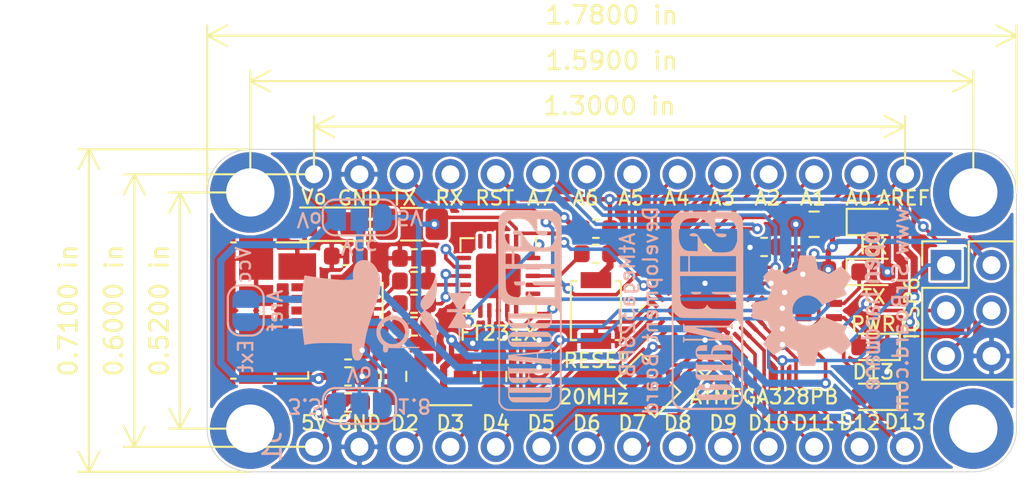
<source format=kicad_pcb>
(kicad_pcb (version 20171130) (host pcbnew "(5.1.2)-2")
  (layers (0 F.Cu signal) (31 B.Cu signal) (34 B.Paste user hide) (35 F.Paste user hide) (36 B.SilkS user hide) (37 F.SilkS user) (38 B.Mask user hide) (39 F.Mask user hide) (44 Edge.Cuts user))
  (net 0 "")
  (net 1 GND)
  (net 2 "Net-(J3-Pad4)")
  (net 3 "Net-(L1-Pad2)")
  (net 4 /X1)
  (net 5 /X2)
  (net 6 /IO13LED)
  (net 7 /uD+)
  (net 8 /uD-)
  (net 9 /PWRLED)
  (net 10 TX_LED)
  (net 11 RX_LED)
  (net 12 "Net-(U1-Pad6)")
  (net 13 "Net-(U1-Pad3)")
  (net 14 "Net-(U3-Pad19)")
  (net 15 "Net-(U3-Pad16)")
  (net 16 "Net-(U3-Pad15)")
  (net 17 "Net-(U3-Pad11)")
  (net 18 "Net-(U3-Pad6)")
  (net 19 "Net-(U3-Pad5)")
  (net 20 "Net-(U3-Pad4)")
  (net 21 "Net-(U3-Pad2)")
  (net 22 A0)
  (net 23 A1)
  (net 24 A2)
  (net 25 A3)
  (net 26 A4)
  (net 27 A5)
  (net 28 A6)
  (net 29 A7)
  (net 30 5V)
  (net 31 3.3V)
  (net 32 RESET)
  (net 33 "Net-(C11-Pad2)")
  (net 34 D11)
  (net 35 D13)
  (net 36 D12)
  (net 37 AREF)
  (net 38 VCC)
  (net 39 VOUT)
  (net 40 D-)
  (net 41 D+)
  (net 42 D10)
  (net 43 D9)
  (net 44 D8)
  (net 45 D7)
  (net 46 D6)
  (net 47 D5)
  (net 48 D4)
  (net 49 D3)
  (net 50 D2)
  (net 51 TX)
  (net 52 RX)
  (net 53 ADJ)
  (net 54 VBUS)
  (net 55 "Net-(RN1-Pad7)")
  (net 56 "Net-(RN1-Pad8)")
  (net 57 1.8V)
  (net 58 3_3V)
  (module Resistor_SMD:R_1206_3216Metric (layer F.Cu) (at 117.729 96.266 180)
    (fp_text reference F1 hide)
    (fp_text value 500mA)
    (pad 2 smd roundrect (at 1.4 0 180) (size 1.25 1.75) (layers F.Cu F.Paste F.Mask) (roundrect_rratio 0.2) (net 54 VBUS))
    (pad 1 smd roundrect (at -1.4 0 180) (size 1.25 1.75) (layers F.Cu F.Paste F.Mask) (roundrect_rratio 0.2) (net 30 5V))
  )
  (module Symbol:OSHW-Logo2_9.8x8mm_SilkScreen (layer B.Cu) (at 140.462 101.092 270)
    (fp_text reference REF** hide)
    (fp_text value OSHW-Logo2_9.8x8mm_SilkScreen hide)
  )
  (module Jumper:SolderJumper-2_P1.3mm_Open_RoundedPad1.0x1.5mm (layer B.Cu) (at 108.458 101.092 90)
    (fp_text reference JP1 hide)
    (fp_text value SolderJumper_2_Bridged)
    (pad 2 smd custom (at 0.65 0 90) (size 1 0.5) (layers B.Cu B.Mask) (net 38 VCC) (options (clearance outline) (anchor rect)) (primitives (gr_circle (center 0 -0.25) (end 0.5 -0.25) (width 0)) (gr_circle (center 0 0.25) (end 0.5 0.25) (width 0)) (gr_poly (pts (xy 0 0.75) (xy -0.5 0.75) (xy -0.5 -0.75) (xy 0 -0.75)) (width 0))))
    (pad 1 smd custom (at -0.65 0 90) (size 1 0.5) (layers B.Cu B.Mask) (net 37 AREF) (options (clearance outline) (anchor rect)) (primitives (gr_circle (center 0 -0.25) (end 0.5 -0.25) (width 0)) (gr_circle (center 0 0.25) (end 0.5 0.25) (width 0)) (gr_poly (pts (xy 0 0.75) (xy 0.5 0.75) (xy 0.5 -0.75) (xy 0 -0.75)) (width 0))))
  )
  (module logo:logo94x134 (layer B.Cu) (at 116.332 101.092 270)
    (fp_text reference G*** hide)
    (fp_text value LOGO hide)
  )
  (module Jumper:SolderJumper-3_P1.3mm_Open_RoundedPad1.0x1.5mm (layer B.Cu) (at 114.808 95.885)
    (fp_text reference JP3 hide)
    (fp_text value SolderJumper_3_Open)
    (pad 2 smd rect (at 0 0) (size 1 1.5) (layers B.Cu B.Mask) (net 38 VCC))
    (pad 3 smd custom (at 1.3 0) (size 1 0.5) (layers B.Cu B.Mask) (net 30 5V) (options (clearance outline) (anchor rect)) (primitives (gr_circle (center 0 -0.25) (end 0.5 -0.25) (width 0)) (gr_circle (center 0 0.25) (end 0.5 0.25) (width 0)) (gr_poly (pts (xy -0.55 0.75) (xy 0 0.75) (xy 0 -0.75) (xy -0.55 -0.75)) (width 0))))
    (pad 1 smd custom (at -1.3 0) (size 1 0.5) (layers B.Cu B.Mask) (net 39 VOUT) (options (clearance outline) (anchor rect)) (primitives (gr_circle (center 0 -0.25) (end 0.5 -0.25) (width 0)) (gr_circle (center 0 0.25) (end 0.5 0.25) (width 0)) (gr_poly (pts (xy 0.55 0.75) (xy 0 0.75) (xy 0 -0.75) (xy 0.55 -0.75)) (width 0))))
  )
  (module Jumper:SolderJumper-3_P1.3mm_Open_RoundedPad1.0x1.5mm (layer B.Cu) (at 114.808 106.426)
    (fp_text reference JP2 hide)
    (fp_text value SolderJumper_3_Open)
    (pad 2 smd rect (at 0 0) (size 1 1.5) (layers B.Cu B.Mask) (net 53 ADJ))
    (pad 3 smd custom (at 1.3 0) (size 1 0.5) (layers B.Cu B.Mask) (net 57 1.8V) (options (clearance outline) (anchor rect)) (primitives (gr_circle (center 0 -0.25) (end 0.5 -0.25) (width 0)) (gr_circle (center 0 0.25) (end 0.5 0.25) (width 0)) (gr_poly (pts (xy -0.55 0.75) (xy 0 0.75) (xy 0 -0.75) (xy -0.55 -0.75)) (width 0))))
    (pad 1 smd custom (at -1.3 0) (size 1 0.5) (layers B.Cu B.Mask) (net 58 3_3V) (options (clearance outline) (anchor rect)) (primitives (gr_circle (center 0 -0.25) (end 0.5 -0.25) (width 0)) (gr_circle (center 0 0.25) (end 0.5 0.25) (width 0)) (gr_poly (pts (xy 0.55 0.75) (xy 0 0.75) (xy 0 -0.75) (xy 0.55 -0.75)) (width 0))))
  )
  (module Resistor_SMD:R_Array_Concave_4x0603 (layer F.Cu) (at 140.462 101.092)
    (fp_text reference RN1 hide)
    (fp_text value R_Pack04)
    (pad 5 smd rect (at 0.85 1.2) (size 0.9 0.4) (layers F.Cu F.Paste F.Mask) (net 6 /IO13LED))
    (pad 6 smd rect (at 0.85 0.4) (size 0.9 0.4) (layers F.Cu F.Paste F.Mask) (net 9 /PWRLED))
    (pad 7 smd rect (at 0.85 -0.4) (size 0.9 0.4) (layers F.Cu F.Paste F.Mask) (net 55 "Net-(RN1-Pad7)"))
    (pad 8 smd rect (at 0.85 -1.2) (size 0.9 0.4) (layers F.Cu F.Paste F.Mask) (net 56 "Net-(RN1-Pad8)"))
    (pad 4 smd rect (at -0.85 1.2) (size 0.9 0.4) (layers F.Cu F.Paste F.Mask) (net 30 5V))
    (pad 1 smd rect (at -0.85 -1.2) (size 0.9 0.4) (layers F.Cu F.Paste F.Mask) (net 11 RX_LED))
    (pad 3 smd rect (at -0.85 0.4) (size 0.9 0.4) (layers F.Cu F.Paste F.Mask) (net 35 D13))
    (pad 2 smd rect (at -0.85 -0.4) (size 0.9 0.4) (layers F.Cu F.Paste F.Mask) (net 10 TX_LED))
  )
  (module Capacitor_SMD:C_0805_2012Metric_Pad1.15x1.40mm_HandSolder (layer F.Cu) (at 122.301 104.775 270)
    (fp_text reference C9 hide)
    (fp_text value 1uF)
    (pad 2 smd roundrect (at 1.025 0 270) (size 1.15 1.4) (layers F.Cu F.Paste F.Mask) (roundrect_rratio 0.217391) (net 1 GND))
    (pad 1 smd roundrect (at -1.025 0 270) (size 1.15 1.4) (layers F.Cu F.Paste F.Mask) (roundrect_rratio 0.217391) (net 30 5V))
  )
  (module Button_Switch_SMD:SW_SPST_B3U-1000P-B (layer F.Cu) (at 128.016 101.092 270)
    (fp_text reference RESET (at 2.794 0 180) (layer F.SilkS) (effects (font (size 0.8 0.8) (thickness 0.13))))
    (fp_text value SW_Push)
    (pad "" np_thru_hole circle (at 0 0 270) (size 0.8 0.8) (drill 0.8) (layers *.Cu *.Mask))
    (pad 2 smd rect (at 1.7 0 270) (size 0.9 1.7) (layers F.Cu F.Paste F.Mask) (net 1 GND))
    (pad 1 smd rect (at -1.7 0 270) (size 0.9 1.7) (layers F.Cu F.Paste F.Mask) (net 32 RESET))
  )
  (module Capacitor_SMD:C_0603_1608Metric (layer F.Cu) (at 140.208 98.806 180)
    (fp_text reference C7 hide)
    (fp_text value 1uF)
    (pad 2 smd roundrect (at 0.7875 0 180) (size 0.875 0.95) (layers F.Cu F.Paste F.Mask) (net 1 GND))
    (pad 1 smd roundrect (at -0.7875 0 180) (size 0.875 0.95) (layers F.Cu F.Paste F.Mask) (net 38 VCC))
  )
  (module Resistor_SMD:R_0603_1608Metric (layer F.Cu) (at 114.173 104.775)
    (fp_text reference R7 hide)
    (fp_text value 68k)
    (pad 2 smd roundrect (at 0.7875 0) (size 0.875 0.95) (layers F.Cu F.Paste F.Mask) (net 53 ADJ))
    (pad 1 smd roundrect (at -0.7875 0) (size 0.875 0.95) (layers F.Cu F.Paste F.Mask) (net 39 VOUT))
  )
  (module Package_TO_SOT_SMD:SOT-143 (layer F.Cu) (at 114.554 100.7364 90)
    (fp_text reference D1 hide)
    (fp_text value PRTR5V0U2X)
    (pad 4 smd rect (at 1.1508 -0.95) (size 0.8 1) (layers F.Cu F.Paste F.Mask) (net 54 VBUS))
    (pad 3 smd rect (at 1.1508 0.95) (size 0.8 1) (layers F.Cu F.Paste F.Mask) (net 40 D-))
    (pad 2 smd rect (at -1.1492 0.95) (size 0.8 1) (layers F.Cu F.Paste F.Mask) (net 41 D+))
    (pad 1 smd rect (at -1.1492 -0.77) (size 1.2 1) (layers F.Cu F.Paste F.Mask) (net 1 GND))
  )
  (module Capacitor_SMD:C_0603_1608Metric (layer F.Cu) (at 128.016 97.917 180)
    (fp_text reference C11 hide)
    (fp_text value 100nF)
    (pad 2 smd roundrect (at 0.7875 0 180) (size 0.875 0.95) (layers F.Cu F.Paste F.Mask) (net 33 "Net-(C11-Pad2)"))
    (pad 1 smd roundrect (at -0.7875 0 180) (size 0.875 0.95) (layers F.Cu F.Paste F.Mask) (net 32 RESET))
  )
  (module Resistor_SMD:R_0603_1608Metric (layer F.Cu) (at 128.016 96.52)
    (fp_text reference R3 hide)
    (fp_text value 10k)
    (pad 2 smd roundrect (at 0.7875 0) (size 0.875 0.95) (layers F.Cu F.Paste F.Mask) (net 32 RESET))
    (pad 1 smd roundrect (at -0.7875 0) (size 0.875 0.95) (layers F.Cu F.Paste F.Mask) (net 38 VCC))
  )
  (module Resistor_SMD:R_0603_1608Metric (layer F.Cu) (at 114.173 106.2355 180)
    (fp_text reference R6 hide)
    (fp_text value 22k)
    (pad 2 smd roundrect (at 0.7875 0 180) (size 0.875 0.95) (layers F.Cu F.Paste F.Mask) (net 1 GND))
    (pad 1 smd roundrect (at -0.7875 0 180) (size 0.875 0.95) (layers F.Cu F.Paste F.Mask) (net 58 3_3V))
  )
  (module Connector_PinHeader_2.54mm:PinHeader_1x14_P2.54mm_Vertical (layer B.Cu) (at 112.268 108.712 270)
    (fp_text reference J1 (at 0 2.33 90) (layer B.SilkS) (effects (justify mirror)))
    (fp_text value Conn_01x14)
    (pad 14 thru_hole oval (at 0 -33.02 270) (size 1.7 1.7) (drill 1) (layers *.Cu *.Mask) (net 35 D13))
    (pad 13 thru_hole oval (at 0 -30.48 270) (size 1.7 1.7) (drill 1) (layers *.Cu *.Mask) (net 36 D12))
    (pad 12 thru_hole oval (at 0 -27.94 270) (size 1.7 1.7) (drill 1) (layers *.Cu *.Mask) (net 34 D11))
    (pad 11 thru_hole oval (at 0 -25.4 270) (size 1.7 1.7) (drill 1) (layers *.Cu *.Mask) (net 42 D10))
    (pad 10 thru_hole oval (at 0 -22.86 270) (size 1.7 1.7) (drill 1) (layers *.Cu *.Mask) (net 43 D9))
    (pad 9 thru_hole oval (at 0 -20.32 270) (size 1.7 1.7) (drill 1) (layers *.Cu *.Mask) (net 44 D8))
    (pad 8 thru_hole oval (at 0 -17.78 270) (size 1.7 1.7) (drill 1) (layers *.Cu *.Mask) (net 45 D7))
    (pad 7 thru_hole oval (at 0 -15.24 270) (size 1.7 1.7) (drill 1) (layers *.Cu *.Mask) (net 46 D6))
    (pad 6 thru_hole oval (at 0 -12.7 270) (size 1.7 1.7) (drill 1) (layers *.Cu *.Mask) (net 47 D5))
    (pad 5 thru_hole oval (at 0 -10.16 270) (size 1.7 1.7) (drill 1) (layers *.Cu *.Mask) (net 48 D4))
    (pad 4 thru_hole oval (at 0 -7.62 270) (size 1.7 1.7) (drill 1) (layers *.Cu *.Mask) (net 49 D3))
    (pad 3 thru_hole oval (at 0 -5.08 270) (size 1.7 1.7) (drill 1) (layers *.Cu *.Mask) (net 50 D2))
    (pad 2 thru_hole oval (at 0 -2.54 270) (size 1.7 1.7) (drill 1) (layers *.Cu *.Mask) (net 1 GND))
    (pad 1 thru_hole circle (at 0 0 270) (size 1.7 1.7) (drill 1) (layers *.Cu *.Mask) (net 30 5V))
  )
  (module Connector_PinHeader_2.54mm:PinHeader_1x14_P2.54mm_Vertical (layer B.Cu) (at 112.268 93.472 270)
    (fp_text reference J2 hide)
    (fp_text value Conn_01x14)
    (pad 1 thru_hole circle (at 0 0 270) (size 1.7 1.7) (drill 1) (layers *.Cu *.Mask) (net 39 VOUT))
    (pad 2 thru_hole oval (at 0 -2.54 270) (size 1.7 1.7) (drill 1) (layers *.Cu *.Mask) (net 1 GND))
    (pad 3 thru_hole oval (at 0 -5.08 270) (size 1.7 1.7) (drill 1) (layers *.Cu *.Mask) (net 51 TX))
    (pad 4 thru_hole oval (at 0 -7.62 270) (size 1.7 1.7) (drill 1) (layers *.Cu *.Mask) (net 52 RX))
    (pad 5 thru_hole oval (at 0 -10.16 270) (size 1.7 1.7) (drill 1) (layers *.Cu *.Mask) (net 32 RESET))
    (pad 6 thru_hole oval (at 0 -12.7 270) (size 1.7 1.7) (drill 1) (layers *.Cu *.Mask) (net 29 A7))
    (pad 7 thru_hole oval (at 0 -15.24 270) (size 1.7 1.7) (drill 1) (layers *.Cu *.Mask) (net 28 A6))
    (pad 8 thru_hole oval (at 0 -17.78 270) (size 1.7 1.7) (drill 1) (layers *.Cu *.Mask) (net 27 A5))
    (pad 9 thru_hole oval (at 0 -20.32 270) (size 1.7 1.7) (drill 1) (layers *.Cu *.Mask) (net 26 A4))
    (pad 10 thru_hole oval (at 0 -22.86 270) (size 1.7 1.7) (drill 1) (layers *.Cu *.Mask) (net 25 A3))
    (pad 11 thru_hole oval (at 0 -25.4 270) (size 1.7 1.7) (drill 1) (layers *.Cu *.Mask) (net 24 A2))
    (pad 12 thru_hole oval (at 0 -27.94 270) (size 1.7 1.7) (drill 1) (layers *.Cu *.Mask) (net 23 A1))
    (pad 13 thru_hole oval (at 0 -30.48 270) (size 1.7 1.7) (drill 1) (layers *.Cu *.Mask) (net 22 A0))
    (pad 14 thru_hole oval (at 0 -33.02 270) (size 1.7 1.7) (drill 1) (layers *.Cu *.Mask) (net 37 AREF))
  )
  (module logo:SirNano118x40 (layer B.Cu) (at 134.239 101.092 270)
    (fp_text reference G*** hide)
    (fp_text value LOGO hide)
  )
  (module logo:SirBoard112x35 (layer B.Cu) (at 124.333 101.092 270)
    (fp_text reference G*** hide)
    (fp_text value LOGO hide)
  )
  (module MountingHole:MountingHole_2.7mm_M2.5_ISO7380_Pad (layer F.Cu) (at 108.712 107.696)
    (fp_text reference REF** hide)
    (fp_text value MountingHole_2.7mm_M2.5_ISO7380_Pad)
    (pad 1 thru_hole circle (at 0 0) (size 4.5 4.5) (drill 2.7) (layers *.Cu *.Mask))
  )
  (module MountingHole:MountingHole_2.7mm_M2.5_ISO7380_Pad (layer F.Cu) (at 108.712 94.488)
    (fp_text reference REF** hide)
    (fp_text value MountingHole_2.7mm_M2.5_ISO7380_Pad)
    (pad 1 thru_hole circle (at 0 0) (size 4.5 4.5) (drill 2.7) (layers *.Cu *.Mask))
  )
  (module MountingHole:MountingHole_2.7mm_M2.5_ISO7380_Pad (layer F.Cu) (at 149.098 94.488)
    (fp_text reference REF** hide)
    (fp_text value MountingHole_2.7mm_M2.5_ISO7380_Pad)
    (pad 1 thru_hole circle (at 0 0) (size 4.5 4.5) (drill 2.7) (layers *.Cu *.Mask))
  )
  (module MountingHole:MountingHole_2.7mm_M2.5_ISO7380_Pad (layer F.Cu) (at 149.098 107.696)
    (fp_text reference REF** hide)
    (fp_text value MountingHole_2.7mm_M2.5_ISO7380_Pad)
    (pad 1 thru_hole circle (at 0 0) (size 4.5 4.5) (drill 2.7) (layers *.Cu *.Mask))
  )
  (module Package_TO_SOT_SMD:SOT-23-5 (layer F.Cu) (at 119.507 104.775 180)
    (fp_text reference U2 hide)
    (fp_text value AP7365-ADJ)
    (pad 1 smd rect (at -1.1 -0.95 180) (size 1.06 0.65) (layers F.Cu F.Paste F.Mask) (net 30 5V))
    (pad 2 smd rect (at -1.1 0 180) (size 1.06 0.65) (layers F.Cu F.Paste F.Mask) (net 1 GND))
    (pad 3 smd rect (at -1.1 0.95 180) (size 1.06 0.65) (layers F.Cu F.Paste F.Mask) (net 30 5V))
    (pad 4 smd rect (at 1.1 0.95 180) (size 1.06 0.65) (layers F.Cu F.Paste F.Mask) (net 53 ADJ))
    (pad 5 smd rect (at 1.1 -0.95 180) (size 1.06 0.65) (layers F.Cu F.Paste F.Mask) (net 39 VOUT))
  )
  (module Crystal:Resonator_SMD_muRata_CSTxExxV-3Pin_3.0x1.1mm (layer F.Cu) (at 130.937 105.283 135)
    (fp_text reference 20MHz (at 1.706249 -2.604274) (layer F.SilkS) (effects (font (size 0.8 0.8) (thickness 0.13))))
    (fp_text value 20MHz)
    (pad 3 smd rect (at 1.2 0 135) (size 0.4 1.9) (layers F.Cu F.Paste F.Mask) (net 4 /X1))
    (pad 2 smd rect (at 0 0 135) (size 0.4 1.9) (layers F.Cu F.Paste F.Mask) (net 1 GND))
    (pad 1 smd rect (at -1.2 0 135) (size 0.4 1.9) (layers F.Cu F.Paste F.Mask) (net 5 /X2))
  )
  (module Package_DFN_QFN:QFN-32-1EP_5x5mm_P0.5mm_EP3.1x3.1mm (layer F.Cu) (at 134.112 101.092 45)
    (fp_text reference U1 hide)
    (fp_text value ATmega328PB-MU)
    (pad 33 smd roundrect (at 0 0 45) (size 3.1 3.1) (layers F.Cu F.Mask) (roundrect_rratio 0.081) (net 1 GND))
    (pad 1 smd roundrect (at -2.4375 -1.75 45) (size 0.875 0.25) (layers F.Cu F.Paste F.Mask) (net 49 D3))
    (pad 2 smd roundrect (at -2.4375 -1.25 45) (size 0.875 0.25) (layers F.Cu F.Paste F.Mask) (net 48 D4))
    (pad 3 smd roundrect (at -2.4375 -0.75 45) (size 0.875 0.25) (layers F.Cu F.Paste F.Mask) (net 13 "Net-(U1-Pad3)"))
    (pad 4 smd roundrect (at -2.4375 -0.25 45) (size 0.875 0.25) (layers F.Cu F.Paste F.Mask) (net 38 VCC))
    (pad 5 smd roundrect (at -2.4375 0.25 45) (size 0.875 0.25) (layers F.Cu F.Paste F.Mask) (net 1 GND))
    (pad 6 smd roundrect (at -2.4375 0.75 45) (size 0.875 0.25) (layers F.Cu F.Paste F.Mask) (net 12 "Net-(U1-Pad6)"))
    (pad 7 smd roundrect (at -2.4375 1.25 45) (size 0.875 0.25) (layers F.Cu F.Paste F.Mask) (net 4 /X1))
    (pad 8 smd roundrect (at -2.4375 1.75 45) (size 0.875 0.25) (layers F.Cu F.Paste F.Mask) (net 5 /X2))
    (pad 9 smd roundrect (at -1.75 2.4375 45) (size 0.25 0.875) (layers F.Cu F.Paste F.Mask) (net 47 D5))
    (pad 10 smd roundrect (at -1.25 2.4375 45) (size 0.25 0.875) (layers F.Cu F.Paste F.Mask) (net 46 D6))
    (pad 11 smd roundrect (at -0.75 2.4375 45) (size 0.25 0.875) (layers F.Cu F.Paste F.Mask) (net 45 D7))
    (pad 12 smd roundrect (at -0.25 2.4375 45) (size 0.25 0.875) (layers F.Cu F.Paste F.Mask) (net 44 D8))
    (pad 13 smd roundrect (at 0.25 2.4375 45) (size 0.25 0.875) (layers F.Cu F.Paste F.Mask) (net 43 D9))
    (pad 14 smd roundrect (at 0.75 2.4375 45) (size 0.25 0.875) (layers F.Cu F.Paste F.Mask) (net 42 D10))
    (pad 15 smd roundrect (at 1.25 2.4375 45) (size 0.25 0.875) (layers F.Cu F.Paste F.Mask) (net 34 D11))
    (pad 16 smd roundrect (at 1.75 2.4375 45) (size 0.25 0.875) (layers F.Cu F.Paste F.Mask) (net 36 D12))
    (pad 17 smd roundrect (at 2.4375 1.75 45) (size 0.875 0.25) (layers F.Cu F.Paste F.Mask) (net 35 D13))
    (pad 18 smd roundrect (at 2.4375 1.25 45) (size 0.875 0.25) (layers F.Cu F.Paste F.Mask) (net 3 "Net-(L1-Pad2)"))
    (pad 19 smd roundrect (at 2.4375 0.75 45) (size 0.875 0.25) (layers F.Cu F.Paste F.Mask) (net 28 A6))
    (pad 20 smd roundrect (at 2.4375 0.25 45) (size 0.875 0.25) (layers F.Cu F.Paste F.Mask) (net 37 AREF))
    (pad 21 smd roundrect (at 2.4375 -0.25 45) (size 0.875 0.25) (layers F.Cu F.Paste F.Mask) (net 1 GND))
    (pad 22 smd roundrect (at 2.4375 -0.75 45) (size 0.875 0.25) (layers F.Cu F.Paste F.Mask) (net 29 A7))
    (pad 23 smd roundrect (at 2.4375 -1.25 45) (size 0.875 0.25) (layers F.Cu F.Paste F.Mask) (net 22 A0))
    (pad 24 smd roundrect (at 2.4375 -1.75 45) (size 0.875 0.25) (layers F.Cu F.Paste F.Mask) (net 23 A1))
    (pad 25 smd roundrect (at 1.75 -2.4375 45) (size 0.25 0.875) (layers F.Cu F.Paste F.Mask) (net 24 A2))
    (pad 26 smd roundrect (at 1.25 -2.4375 45) (size 0.25 0.875) (layers F.Cu F.Paste F.Mask) (net 25 A3))
    (pad 27 smd roundrect (at 0.75 -2.4375 45) (size 0.25 0.875) (layers F.Cu F.Paste F.Mask) (net 26 A4))
    (pad 28 smd roundrect (at 0.25 -2.4375 45) (size 0.25 0.875) (layers F.Cu F.Paste F.Mask) (net 27 A5))
    (pad 29 smd roundrect (at -0.25 -2.4375 45) (size 0.25 0.875) (layers F.Cu F.Paste F.Mask) (net 32 RESET))
    (pad 30 smd roundrect (at -0.75 -2.4375 45) (size 0.25 0.875) (layers F.Cu F.Paste F.Mask) (net 52 RX))
    (pad 31 smd roundrect (at -1.25 -2.4375 45) (size 0.25 0.875) (layers F.Cu F.Paste F.Mask) (net 51 TX))
    (pad 32 smd roundrect (at -1.75 -2.4375 45) (size 0.25 0.875) (layers F.Cu F.Paste F.Mask) (net 50 D2))
  )
  (module Capacitor_SMD:C_0603_1608Metric (layer F.Cu) (at 137.414 97.536 180)
    (fp_text reference C1 hide)
    (fp_text value 100nF)
    (pad 2 smd roundrect (at 0.7875 0 180) (size 0.875 0.95) (layers F.Cu F.Paste F.Mask) (net 1 GND))
    (pad 1 smd roundrect (at -0.7875 0 180) (size 0.875 0.95) (layers F.Cu F.Paste F.Mask) (net 37 AREF))
  )
  (module Resistor_SMD:R_0603_1608Metric (layer F.Cu) (at 114.173 103.3145 180)
    (fp_text reference R5 hide)
    (fp_text value 56k)
    (pad 1 smd roundrect (at -0.7875 0 180) (size 0.875 0.95) (layers F.Cu F.Paste F.Mask) (net 57 1.8V))
    (pad 2 smd roundrect (at 0.7875 0 180) (size 0.875 0.95) (layers F.Cu F.Paste F.Mask) (net 1 GND))
  )
  (module LED_SMD:LED_0603_1608Metric (layer F.Cu) (at 143.51 98.933)
    (fp_text reference TX (at 0 1.397) (layer F.SilkS) (effects (font (size 0.8 0.8) (thickness 0.13))))
    (fp_text value LED)
    (pad 1 smd roundrect (at -0.7875 0) (size 0.875 0.95) (layers F.Cu F.Paste F.Mask) (net 55 "Net-(RN1-Pad7)"))
    (pad 2 smd roundrect (at 0.7875 0) (size 0.875 0.95) (layers F.Cu F.Paste F.Mask) (net 30 5V))
  )
  (module LED_SMD:LED_0603_1608Metric (layer F.Cu) (at 143.51 96.139)
    (fp_text reference RX (at 0 1.397) (layer F.SilkS) (effects (font (size 0.8 0.8) (thickness 0.13))))
    (fp_text value LED)
    (pad 1 smd roundrect (at -0.7875 0) (size 0.875 0.95) (layers F.Cu F.Paste F.Mask) (net 56 "Net-(RN1-Pad8)"))
    (pad 2 smd roundrect (at 0.7875 0) (size 0.875 0.95) (layers F.Cu F.Paste F.Mask) (net 30 5V))
  )
  (module Resistor_SMD:R_0603_1608Metric (layer F.Cu) (at 117.856 100.711)
    (fp_text reference R2 hide)
    (fp_text value 27e)
    (pad 2 smd roundrect (at 0.7875 0) (size 0.875 0.95) (layers F.Cu F.Paste F.Mask) (net 7 /uD+))
    (pad 1 smd roundrect (at -0.7875 0) (size 0.875 0.95) (layers F.Cu F.Paste F.Mask) (net 41 D+))
  )
  (module Resistor_SMD:R_0603_1608Metric (layer F.Cu) (at 117.856 99.441)
    (fp_text reference R1 hide)
    (fp_text value 27e)
    (pad 2 smd roundrect (at 0.7875 0) (size 0.875 0.95) (layers F.Cu F.Paste F.Mask) (net 8 /uD-))
    (pad 1 smd roundrect (at -0.7875 0) (size 0.875 0.95) (layers F.Cu F.Paste F.Mask) (net 40 D-))
  )
  (module LED_SMD:LED_0603_1608Metric (layer F.Cu) (at 143.51 103.124 180)
    (fp_text reference PWR (at 0 1.27 180) (layer F.SilkS) (effects (font (size 0.8 0.8) (thickness 0.13))))
    (fp_text value LED)
    (pad 1 smd roundrect (at -0.7875 0 180) (size 0.875 0.95) (layers F.Cu F.Paste F.Mask) (net 1 GND))
    (pad 2 smd roundrect (at 0.7875 0 180) (size 0.875 0.95) (layers F.Cu F.Paste F.Mask) (net 9 /PWRLED))
  )
  (module Inductor_SMD:L_0805_2012Metric_Pad1.15x1.40mm_HandSolder (layer F.Cu) (at 140.208 96.266 180)
    (fp_text reference L1 hide)
    (fp_text value 10uH)
    (pad 2 smd roundrect (at 1.025 0 180) (size 1.15 1.4) (layers F.Cu F.Paste F.Mask) (roundrect_rratio 0.217391) (net 3 "Net-(L1-Pad2)"))
    (pad 1 smd roundrect (at -1.025 0 180) (size 1.15 1.4) (layers F.Cu F.Paste F.Mask) (roundrect_rratio 0.217391) (net 38 VCC))
  )
  (module LED_SMD:LED_0603_1608Metric (layer F.Cu) (at 143.51 105.918 180)
    (fp_text reference D13 (at 0 1.397) (layer F.SilkS) (effects (font (size 0.8 0.8) (thickness 0.13))))
    (fp_text value LED)
    (pad 1 smd roundrect (at -0.7875 0 180) (size 0.875 0.95) (layers F.Cu F.Paste F.Mask) (net 1 GND))
    (pad 2 smd roundrect (at 0.7875 0 180) (size 0.875 0.95) (layers F.Cu F.Paste F.Mask) (net 6 /IO13LED))
  )
  (module Capacitor_SMD:C_0805_2012Metric_Pad1.15x1.40mm_HandSolder (layer F.Cu) (at 116.713 104.775 90)
    (fp_text reference C10 hide)
    (fp_text value 1uF)
    (pad 2 smd roundrect (at 1.025 0 90) (size 1.15 1.4) (layers F.Cu F.Paste F.Mask) (roundrect_rratio 0.217391) (net 1 GND))
    (pad 1 smd roundrect (at -1.025 0 90) (size 1.15 1.4) (layers F.Cu F.Paste F.Mask) (roundrect_rratio 0.217391) (net 39 VOUT))
  )
  (module Capacitor_Tantalum_SMD:CP_EIA-3216-12_Kemet-S (layer F.Cu) (at 113.0935 96.266 180)
    (fp_text reference C8 hide)
    (fp_text value 22uF)
    (pad 2 smd roundrect (at 1.35 0 180) (size 1.4 1.35) (layers F.Cu F.Paste F.Mask) (roundrect_rratio 0.185185) (net 1 GND))
    (pad 1 smd roundrect (at -1.35 0 180) (size 1.4 1.35) (layers F.Cu F.Paste F.Mask) (roundrect_rratio 0.185185) (net 54 VBUS))
  )
  (module Capacitor_SMD:C_0603_1608Metric (layer F.Cu) (at 114.046 98.044 180)
    (fp_text reference C6 hide)
    (fp_text value 10nF)
    (pad 2 smd roundrect (at 0.7875 0 180) (size 0.875 0.95) (layers F.Cu F.Paste F.Mask) (net 1 GND))
    (pad 1 smd roundrect (at -0.7875 0 180) (size 0.875 0.95) (layers F.Cu F.Paste F.Mask) (net 54 VBUS))
  )
  (module Capacitor_SMD:C_0603_1608Metric (layer F.Cu) (at 117.856 98.171 180)
    (fp_text reference C4 hide)
    (fp_text value 47pF)
    (pad 2 smd roundrect (at 0.7875 0 180) (size 0.875 0.95) (layers F.Cu F.Paste F.Mask) (net 1 GND))
    (pad 1 smd roundrect (at -0.7875 0 180) (size 0.875 0.95) (layers F.Cu F.Paste F.Mask) (net 8 /uD-))
  )
  (module Capacitor_SMD:C_0603_1608Metric (layer F.Cu) (at 117.856 101.981 180)
    (fp_text reference C2 hide)
    (fp_text value 47pF)
    (pad 1 smd roundrect (at -0.7875 0 180) (size 0.875 0.95) (layers F.Cu F.Paste F.Mask) (net 7 /uD+))
    (pad 2 smd roundrect (at 0.7875 0 180) (size 0.875 0.95) (layers F.Cu F.Paste F.Mask) (net 1 GND))
  )
  (module Connector_PinHeader_2.54mm:PinHeader_2x03_P2.54mm_Vertical (layer F.Cu) (at 147.574 98.552)
    (fp_text reference ICSP6 (at -1.905 2.413 90) (layer F.SilkS) (effects (font (size 0.8 0.8) (thickness 0.13))))
    (fp_text value Conn_02x03_Odd_Even)
    (pad 6 thru_hole oval (at 2.54 5.08) (size 1.7 1.7) (drill 1) (layers *.Cu *.Mask) (net 1 GND))
    (pad 5 thru_hole oval (at 0 5.08) (size 1.7 1.7) (drill 1) (layers *.Cu *.Mask) (net 32 RESET))
    (pad 4 thru_hole oval (at 2.54 2.54) (size 1.7 1.7) (drill 1) (layers *.Cu *.Mask) (net 34 D11))
    (pad 3 thru_hole oval (at 0 2.54) (size 1.7 1.7) (drill 1) (layers *.Cu *.Mask) (net 35 D13))
    (pad 2 thru_hole oval (at 2.54 0) (size 1.7 1.7) (drill 1) (layers *.Cu *.Mask) (net 38 VCC))
    (pad 1 thru_hole rect (at 0 0) (size 1.7 1.7) (drill 1) (layers *.Cu *.Mask) (net 36 D12))
  )
  (module Package_DFN_QFN:QFN-20-1EP_4x4mm_P0.5mm_EP2.5x2.5mm (layer F.Cu) (at 122.563 99.1545 270)
    (fp_text reference FT231X (at 3.2075 0.008) (layer F.SilkS) (effects (font (size 0.8 0.8) (thickness 0.13))))
    (fp_text value FT231XQ)
    (pad 21 smd roundrect (at 0 0 270) (size 2.5 2.5) (layers F.Cu F.Mask) (roundrect_rratio 0.1) (net 1 GND))
    (pad 1 smd roundrect (at -1.9375 -1 270) (size 0.825 0.25) (layers F.Cu F.Paste F.Mask) (net 51 TX))
    (pad 2 smd roundrect (at -1.9375 -0.5 270) (size 0.825 0.25) (layers F.Cu F.Paste F.Mask) (net 21 "Net-(U3-Pad2)"))
    (pad 3 smd roundrect (at -1.9375 0 270) (size 0.825 0.25) (layers F.Cu F.Paste F.Mask) (net 1 GND))
    (pad 4 smd roundrect (at -1.9375 0.5 270) (size 0.825 0.25) (layers F.Cu F.Paste F.Mask) (net 20 "Net-(U3-Pad4)"))
    (pad 5 smd roundrect (at -1.9375 1 270) (size 0.825 0.25) (layers F.Cu F.Paste F.Mask) (net 19 "Net-(U3-Pad5)"))
    (pad 6 smd roundrect (at -1 1.9375 270) (size 0.25 0.825) (layers F.Cu F.Paste F.Mask) (net 18 "Net-(U3-Pad6)"))
    (pad 7 smd roundrect (at -0.5 1.9375 270) (size 0.25 0.825) (layers F.Cu F.Paste F.Mask) (net 10 TX_LED))
    (pad 8 smd roundrect (at 0 1.9375 270) (size 0.25 0.825) (layers F.Cu F.Paste F.Mask) (net 7 /uD+))
    (pad 9 smd roundrect (at 0.5 1.9375 270) (size 0.25 0.825) (layers F.Cu F.Paste F.Mask) (net 8 /uD-))
    (pad 10 smd roundrect (at 1 1.9375 270) (size 0.25 0.825) (layers F.Cu F.Paste F.Mask) (net 31 3.3V))
    (pad 11 smd roundrect (at 1.9375 1 270) (size 0.825 0.25) (layers F.Cu F.Paste F.Mask) (net 17 "Net-(U3-Pad11)"))
    (pad 12 smd roundrect (at 1.9375 0.5 270) (size 0.825 0.25) (layers F.Cu F.Paste F.Mask) (net 30 5V))
    (pad 13 smd roundrect (at 1.9375 0 270) (size 0.825 0.25) (layers F.Cu F.Paste F.Mask) (net 1 GND))
    (pad 14 smd roundrect (at 1.9375 -0.5 270) (size 0.825 0.25) (layers F.Cu F.Paste F.Mask) (net 11 RX_LED))
    (pad 15 smd roundrect (at 1.9375 -1 270) (size 0.825 0.25) (layers F.Cu F.Paste F.Mask) (net 16 "Net-(U3-Pad15)"))
    (pad 16 smd roundrect (at 1 -1.9375 270) (size 0.25 0.825) (layers F.Cu F.Paste F.Mask) (net 15 "Net-(U3-Pad16)"))
    (pad 17 smd roundrect (at 0.5 -1.9375 270) (size 0.25 0.825) (layers F.Cu F.Paste F.Mask) (net 52 RX))
    (pad 18 smd roundrect (at 0 -1.9375 270) (size 0.25 0.825) (layers F.Cu F.Paste F.Mask) (net 33 "Net-(C11-Pad2)"))
    (pad 19 smd roundrect (at -0.5 -1.9375 270) (size 0.25 0.825) (layers F.Cu F.Paste F.Mask) (net 14 "Net-(U3-Pad19)"))
    (pad 20 smd roundrect (at -1 -1.9375 270) (size 0.25 0.825) (layers F.Cu F.Paste F.Mask) (net 31 3.3V))
  )
  (module Connector_USB:USB_Micro-B_Molex_47346-0001 (layer F.Cu) (at 110.236 101.092 270)
    (fp_text reference J3 hide)
    (fp_text value USB_B_Micro)
    (pad 1 smd rect (at -1.3 -1.46 270) (size 0.45 1.38) (layers F.Cu F.Paste F.Mask) (net 54 VBUS))
    (pad 2 smd rect (at -0.65 -1.46 270) (size 0.45 1.38) (layers F.Cu F.Paste F.Mask) (net 40 D-))
    (pad 3 smd rect (at 0 -1.46 270) (size 0.45 1.38) (layers F.Cu F.Paste F.Mask) (net 41 D+))
    (pad 4 smd rect (at 0.65 -1.46 270) (size 0.45 1.38) (layers F.Cu F.Paste F.Mask) (net 2 "Net-(J3-Pad4)"))
    (pad 5 smd rect (at 1.3 -1.46 270) (size 0.45 1.38) (layers F.Cu F.Paste F.Mask) (net 1 GND))
    (pad 6 smd rect (at -2.4625 -1.1 270) (size 1.475 2.1) (layers F.Cu F.Paste F.Mask) (net 1 GND))
    (pad 6 smd rect (at 2.4625 -1.1 270) (size 1.475 2.1) (layers F.Cu F.Paste F.Mask) (net 1 GND))
    (pad 6 smd rect (at -2.91 1.2 270) (size 2.375 1.9) (layers F.Cu F.Paste F.Mask) (net 1 GND))
    (pad 6 smd rect (at 2.91 1.2 270) (size 2.375 1.9) (layers F.Cu F.Paste F.Mask) (net 1 GND))
    (pad 6 smd rect (at -0.84 1.2 270) (size 1.175 1.9) (layers F.Cu F.Paste F.Mask) (net 1 GND))
    (pad 6 smd rect (at 0.84 1.2 270) (size 1.175 1.9) (layers F.Cu F.Paste F.Mask) (net 1 GND))
  )
  (gr_text Ext (at 108.458 103.632 90) (layer B.SilkS) (effects (font (size 0.8 0.8) (thickness 0.13)) (justify mirror)))
  (gr_text Vo (at 112.014 96.012 180) (layer B.SilkS) (effects (font (size 0.8 0.8) (thickness 0.13)) (justify mirror)))
  (dimension 18.034 (width 0.12) (layer F.SilkS) (gr_text "18.034 mm" (at 98.425 101.092 270) (layer F.SilkS) (effects (font (size 1 1) (thickness 0.15)) hide)) (feature1 (pts (xy 108.712 110.109) (xy 99.108579 110.109))) (feature2 (pts (xy 108.712 92.075) (xy 99.108579 92.075))) (crossbar (pts (xy 99.695 92.075) (xy 99.695 110.109))) (arrow1a (pts (xy 99.695 110.109) (xy 99.108579 108.982496))) (arrow1b (pts (xy 99.695 110.109) (xy 100.281421 108.982496))) (arrow2a (pts (xy 99.695 92.075) (xy 99.108579 93.201504))) (arrow2b (pts (xy 99.695 92.075) (xy 100.281421 93.201504))))
  (dimension 15.24 (width 0.12) (layer F.SilkS) (gr_text "15.240 mm" (at 100.965 101.092 270) (layer F.SilkS) (effects (font (size 1 1) (thickness 0.15)) hide)) (feature1 (pts (xy 112.268 108.712) (xy 101.648579 108.712))) (feature2 (pts (xy 112.268 93.472) (xy 101.648579 93.472))) (crossbar (pts (xy 102.235 93.472) (xy 102.235 108.712))) (arrow1a (pts (xy 102.235 108.712) (xy 101.648579 107.585496))) (arrow1b (pts (xy 102.235 108.712) (xy 102.821421 107.585496))) (arrow2a (pts (xy 102.235 93.472) (xy 101.648579 94.598504))) (arrow2b (pts (xy 102.235 93.472) (xy 102.821421 94.598504))))
  (dimension 13.208 (width 0.12) (layer F.SilkS) (gr_text "13.208 mm" (at 103.505 101.092 270) (layer F.SilkS) (effects (font (size 1 1) (thickness 0.15)) hide)) (feature1 (pts (xy 108.712 107.696) (xy 104.188579 107.696))) (feature2 (pts (xy 108.712 94.488) (xy 104.188579 94.488))) (crossbar (pts (xy 104.775 94.488) (xy 104.775 107.696))) (arrow1a (pts (xy 104.775 107.696) (xy 104.188579 106.569496))) (arrow1b (pts (xy 104.775 107.696) (xy 105.361421 106.569496))) (arrow2a (pts (xy 104.775 94.488) (xy 104.188579 95.614504))) (arrow2b (pts (xy 104.775 94.488) (xy 105.361421 95.614504))))
  (dimension 45.212 (width 0.12) (layer F.SilkS) (gr_text "45.212 mm" (at 128.905 84.455) (layer F.SilkS) (effects (font (size 1 1) (thickness 0.15)) hide)) (feature1 (pts (xy 151.511 94.488) (xy 151.511 85.138579))) (feature2 (pts (xy 106.299 94.488) (xy 106.299 85.138579))) (crossbar (pts (xy 106.299 85.725) (xy 151.511 85.725))) (arrow1a (pts (xy 151.511 85.725) (xy 150.384496 86.311421))) (arrow1b (pts (xy 151.511 85.725) (xy 150.384496 85.138579))) (arrow2a (pts (xy 106.299 85.725) (xy 107.425504 86.311421))) (arrow2b (pts (xy 106.299 85.725) (xy 107.425504 85.138579))))
  (dimension 40.386 (width 0.12) (layer F.SilkS) (gr_text "40.386 mm" (at 128.905 86.995) (layer F.SilkS) (effects (font (size 1 1) (thickness 0.15)) hide)) (feature1 (pts (xy 149.098 94.488) (xy 149.098 87.678579))) (feature2 (pts (xy 108.712 94.488) (xy 108.712 87.678579))) (crossbar (pts (xy 108.712 88.265) (xy 149.098 88.265))) (arrow1a (pts (xy 149.098 88.265) (xy 147.971496 88.851421))) (arrow1b (pts (xy 149.098 88.265) (xy 147.971496 87.678579))) (arrow2a (pts (xy 108.712 88.265) (xy 109.838504 88.851421))) (arrow2b (pts (xy 108.712 88.265) (xy 109.838504 87.678579))))
  (dimension 33.02 (width 0.12) (layer F.SilkS) (gr_text "33.020 mm" (at 128.778 89.535) (layer F.SilkS) (effects (font (size 1 1) (thickness 0.15)) hide)) (feature1 (pts (xy 145.288 93.472) (xy 145.288 90.218579))) (feature2 (pts (xy 112.268 93.472) (xy 112.268 90.218579))) (crossbar (pts (xy 112.268 90.805) (xy 145.288 90.805))) (arrow1a (pts (xy 145.288 90.805) (xy 144.161496 91.391421))) (arrow1b (pts (xy 145.288 90.805) (xy 144.161496 90.218579))) (arrow2a (pts (xy 112.268 90.805) (xy 113.394504 91.391421))) (arrow2b (pts (xy 112.268 90.805) (xy 113.394504 90.218579))))
  (gr_text Aref (at 110.109 101.092 90) (layer B.SilkS) (effects (font (size 0.8 0.8) (thickness 0.13)) (justify mirror)))
  (gr_text Vcc (at 108.331 98.552 90) (layer B.SilkS) (effects (font (size 0.8 0.8) (thickness 0.13)) (justify mirror)))
  (gr_text Vcc (at 114.808 97.536 180) (layer B.SilkS) (effects (font (size 0.8 0.8) (thickness 0.13)) (justify mirror)))
  (gr_text Vo (at 114.808 104.648 180) (layer B.SilkS) (effects (font (size 0.8 0.8) (thickness 0.13)) (justify mirror)))
  (gr_text 5V (at 117.602 95.885 180) (layer B.SilkS) (effects (font (size 0.8 0.8) (thickness 0.13)) (justify mirror)))
  (gr_text 1.8 (at 117.856 106.426 180) (layer B.SilkS) (effects (font (size 0.8 0.8) (thickness 0.13)) (justify mirror)))
  (gr_text 3.3 (at 111.76 106.426 180) (layer B.SilkS) (effects (font (size 0.8 0.8) (thickness 0.13)) (justify mirror)))
  (gr_line (start 151.511 107.696) (end 151.511 94.488) (layer Edge.Cuts) (width 0.05))
  (gr_line (start 108.712 110.109) (end 149.098 110.109) (layer Edge.Cuts) (width 0.05))
  (gr_line (start 106.299 94.488) (end 106.299 107.696) (layer Edge.Cuts) (width 0.05))
  (gr_line (start 149.098 92.075) (end 108.712 92.075) (layer Edge.Cuts) (width 0.05))
  (gr_arc (start 149.098 94.488) (end 151.511 94.488) (angle -90) (layer Edge.Cuts) (width 0.05))
  (gr_arc (start 149.098 107.696) (end 149.098 110.109) (angle -90) (layer Edge.Cuts) (width 0.05))
  (gr_arc (start 108.712 107.696) (end 106.299 107.696) (angle -90) (layer Edge.Cuts) (width 0.05))
  (gr_arc (start 108.712 94.488) (end 108.712 92.075) (angle -90) (layer Edge.Cuts) (width 0.05))
  (gr_text GND (at 114.808 107.3785) (layer F.SilkS) (effects (font (size 0.8 0.8) (thickness 0.13))))
  (gr_text GND (at 114.808 94.8055) (layer F.SilkS) (effects (font (size 0.8 0.8) (thickness 0.13))))
  (gr_text D6 (at 127.508 107.3785) (layer F.SilkS) (effects (font (size 0.8 0.8) (thickness 0.13))))
  (gr_text D8 (at 132.588 107.3785) (layer F.SilkS) (effects (font (size 0.8 0.8) (thickness 0.13))))
  (gr_text D7 (at 130.048 107.3785) (layer F.SilkS) (effects (font (size 0.8 0.8) (thickness 0.13))))
  (gr_text "D9\n" (at 135.128 107.3785) (layer F.SilkS) (effects (font (size 0.8 0.8) (thickness 0.13))))
  (gr_text D10 (at 137.668 107.3785) (layer F.SilkS) (effects (font (size 0.8 0.8) (thickness 0.13))))
  (gr_text D11 (at 140.208 107.3785) (layer F.SilkS) (effects (font (size 0.8 0.8) (thickness 0.13))))
  (gr_text "D12\n" (at 142.748 107.3658) (layer F.SilkS) (effects (font (size 0.8 0.8) (thickness 0.13))))
  (gr_text D13 (at 145.288 107.315) (layer F.SilkS) (effects (font (size 0.8 0.8) (thickness 0.13))))
  (gr_text D5 (at 124.968 107.3785) (layer F.SilkS) (effects (font (size 0.8 0.8) (thickness 0.13))))
  (gr_text D2 (at 117.348 107.3785) (layer F.SilkS) (effects (font (size 0.8 0.8) (thickness 0.13))))
  (gr_text D3 (at 119.888 107.3785) (layer F.SilkS) (effects (font (size 0.8 0.8) (thickness 0.13))))
  (gr_text D4 (at 122.428 107.3785) (layer F.SilkS) (effects (font (size 0.8 0.8) (thickness 0.13))))
  (gr_text "AtMega328PB \nDevelopment Board" (at 130.429 101.092 90) (layer B.SilkS) (effects (font (size 0.8 0.8) (thickness 0.13)) (justify mirror)))
  (gr_text "www.SirBoard.com\n" (at 145.034 101.092 90) (layer B.SilkS) (effects (font (size 0.85 0.85) (thickness 0.14)) (justify mirror)))
  (gr_text ATMEGA328PB (at 137.414 105.918) (layer F.SilkS) (effects (font (size 0.8 0.8) (thickness 0.13))))
  (gr_text RST (at 122.3645 94.8055) (layer F.SilkS) (effects (font (size 0.8 0.8) (thickness 0.13))))
  (gr_text TX (at 117.2845 94.8055) (layer F.SilkS) (effects (font (size 0.8 0.8) (thickness 0.13))))
  (gr_text RX (at 119.8245 94.8055) (layer F.SilkS) (effects (font (size 0.8 0.8) (thickness 0.13))))
  (gr_text A7 (at 124.9045 94.8055) (layer F.SilkS) (effects (font (size 0.8 0.8) (thickness 0.13))))
  (gr_text A6 (at 127.4445 94.8055) (layer F.SilkS) (effects (font (size 0.8 0.8) (thickness 0.13))))
  (gr_text A5 (at 129.9845 94.8055) (layer F.SilkS) (effects (font (size 0.8 0.8) (thickness 0.13))))
  (gr_text A4 (at 132.5245 94.8055) (layer F.SilkS) (effects (font (size 0.8 0.8) (thickness 0.13))))
  (gr_text A3 (at 135.0645 94.8055) (layer F.SilkS) (effects (font (size 0.8 0.8) (thickness 0.13))))
  (gr_text A2 (at 137.6045 94.8055) (layer F.SilkS) (effects (font (size 0.8 0.8) (thickness 0.13))))
  (gr_text A1 (at 140.1445 94.8055) (layer F.SilkS) (effects (font (size 0.8 0.8) (thickness 0.13))))
  (gr_text A0 (at 142.6845 94.8055) (layer F.SilkS) (effects (font (size 0.8 0.8) (thickness 0.13))))
  (gr_text AREF (at 145.2245 94.8055) (layer F.SilkS) (effects (font (size 0.8 0.8) (thickness 0.13))))
  (gr_text Vo (at 112.268 94.742) (layer F.SilkS) (effects (font (size 0.8 0.8) (thickness 0.13))))
  (gr_text 5V (at 112.268 107.3785) (layer F.SilkS) (effects (font (size 0.8 0.8) (thickness 0.13))))
  (segment (start 122.563 101.092) (end 122.563 99.1545) (width 0.2) (layer F.Cu) (net 1))
  (segment (start 122.563 97.217) (end 122.563 99.1545) (width 0.2) (layer F.Cu) (net 1))
  (segment (start 134.112 100.738447) (end 134.112 101.092) (width 0.2) (layer F.Cu) (net 1))
  (segment (start 135.658796 99.191651) (end 134.112 100.738447) (width 0.2) (layer F.Cu) (net 1))
  (segment (start 134.112 101.445553) (end 134.112 101.092) (width 0.2) (layer F.Cu) (net 1))
  (segment (start 132.565204 102.992349) (end 134.112 101.445553) (width 0.2) (layer F.Cu) (net 1))
  (segment (start 136.6265 98.223947) (end 135.658796 99.191651) (width 0.2) (layer F.Cu) (net 1))
  (segment (start 136.6265 98.044) (end 136.6265 98.223947) (width 0.2) (layer F.Cu) (net 1))
  (segment (start 136.6265 98.044) (end 136.6265 97.5615) (width 0.2) (layer F.Cu) (net 1))
  (via (at 134.112 99.568) (size 0.6) (drill 0.3) (layers F.Cu B.Cu) (net 1))
  (via (at 124.841 102.743) (size 0.6) (drill 0.3) (layers F.Cu B.Cu) (net 1))
  (via (at 122.936 102.616) (size 0.6) (drill 0.3) (layers F.Cu B.Cu) (net 1))
  (segment (start 124.714 102.616) (end 124.841 102.743) (width 0.4) (layer B.Cu) (net 1))
  (segment (start 122.936 102.616) (end 124.714 102.616) (width 0.4) (layer B.Cu) (net 1))
  (segment (start 136.6265 97.5615) (end 136.6265 97.536) (width 0.2) (layer F.Cu) (net 1))
  (via (at 136.6265 97.5615) (size 0.6) (drill 0.3) (layers F.Cu B.Cu) (net 1))
  (via (at 139.573 99.06) (size 0.6) (drill 0.3) (layers F.Cu B.Cu) (net 1))
  (via (at 144.272 104.521) (size 0.6) (drill 0.3) (layers F.Cu B.Cu) (net 1))
  (via (at 134.112 102.743) (size 0.6) (drill 0.3) (layers F.Cu B.Cu) (net 1))
  (via (at 121.1326 102.92588) (size 0.6) (drill 0.3) (layers F.Cu B.Cu) (net 1))
  (via (at 137.795 99.568) (size 0.6) (drill 0.3) (layers F.Cu B.Cu) (net 3))
  (segment (start 137.403767 99.568) (end 137.795 99.568) (width 0.2) (layer F.Cu) (net 3))
  (segment (start 136.719456 100.252311) (end 137.403767 99.568) (width 0.2) (layer F.Cu) (net 3))
  (via (at 139.183 96.266006) (size 0.6) (drill 0.3) (layers F.Cu B.Cu) (net 3))
  (segment (start 139.183 96.266) (end 139.183 96.266006) (width 0.2) (layer F.Cu) (net 3))
  (segment (start 137.795 99.568) (end 138.219264 99.568) (width 0.2) (layer B.Cu) (net 3))
  (segment (start 138.219264 99.568) (end 139.183 98.604264) (width 0.2) (layer B.Cu) (net 3))
  (segment (start 139.183 98.604264) (end 139.183 96.69027) (width 0.2) (layer B.Cu) (net 3))
  (segment (start 139.183 96.69027) (end 139.183 96.266006) (width 0.2) (layer B.Cu) (net 3))
  (segment (start 130.830933 103.692011) (end 130.088472 104.434472) (width 0.2) (layer F.Cu) (net 4))
  (segment (start 131.124011 103.692011) (end 130.830933 103.692011) (width 0.2) (layer F.Cu) (net 4))
  (segment (start 131.572 104.14) (end 131.124011 103.692011) (width 0.2) (layer F.Cu) (net 4))
  (segment (start 133.272311 103.699456) (end 132.831767 104.14) (width 0.2) (layer F.Cu) (net 4))
  (segment (start 132.831767 104.14) (end 131.572 104.14) (width 0.2) (layer F.Cu) (net 4))
  (segment (start 131.785528 106.131528) (end 132.969 104.948056) (width 0.2) (layer F.Cu) (net 5))
  (segment (start 132.969 104.709874) (end 133.625864 104.05301) (width 0.2) (layer F.Cu) (net 5))
  (segment (start 132.969 104.948056) (end 132.969 104.709874) (width 0.2) (layer F.Cu) (net 5))
  (segment (start 142.7225 104.7495) (end 142.7225 105.918) (width 0.2) (layer F.Cu) (net 6))
  (segment (start 141.859 103.886) (end 142.7225 104.7495) (width 0.2) (layer F.Cu) (net 6))
  (segment (start 141.312 102.292) (end 141.859 102.839) (width 0.2) (layer F.Cu) (net 6))
  (segment (start 141.859 102.839) (end 141.859 103.886) (width 0.2) (layer F.Cu) (net 6))
  (via (at 119.634 100.33) (size 0.6) (drill 0.3) (layers F.Cu B.Cu) (net 7))
  (segment (start 118.6435 100.711) (end 119.38 100.711) (width 0.2) (layer F.Cu) (net 7))
  (segment (start 119.38 100.711) (end 119.634 100.457) (width 0.2) (layer F.Cu) (net 7))
  (via (at 119.634 99.06) (size 0.6) (drill 0.3) (layers F.Cu B.Cu) (net 7))
  (segment (start 119.634 100.457) (end 119.634 99.06) (width 0.2) (layer B.Cu) (net 7))
  (segment (start 119.7285 99.1545) (end 119.634 99.06) (width 0.2) (layer F.Cu) (net 7))
  (segment (start 120.6255 99.1545) (end 119.7285 99.1545) (width 0.2) (layer F.Cu) (net 7))
  (segment (start 118.6435 101.981) (end 118.6435 100.711) (width 0.3) (layer F.Cu) (net 7))
  (segment (start 118.857 99.6545) (end 118.6435 99.441) (width 0.2) (layer F.Cu) (net 8))
  (segment (start 120.6255 99.6545) (end 118.857 99.6545) (width 0.2) (layer F.Cu) (net 8))
  (segment (start 118.6435 99.441) (end 118.6435 98.171) (width 0.3) (layer F.Cu) (net 8))
  (segment (start 142.7225 102.3365) (end 142.7225 103.124) (width 0.2) (layer F.Cu) (net 9))
  (segment (start 141.312 101.492) (end 141.878 101.492) (width 0.2) (layer F.Cu) (net 9))
  (segment (start 141.878 101.492) (end 142.7225 102.3365) (width 0.2) (layer F.Cu) (net 9))
  (via (at 119.634 97.663) (size 0.6) (drill 0.3) (layers F.Cu B.Cu) (net 10))
  (segment (start 119.634 98.1755) (end 119.634 97.663) (width 0.2) (layer F.Cu) (net 10))
  (segment (start 120.6255 98.6545) (end 120.113 98.6545) (width 0.2) (layer F.Cu) (net 10))
  (segment (start 120.113 98.6545) (end 119.634 98.1755) (width 0.2) (layer F.Cu) (net 10))
  (via (at 138.43 100.965) (size 0.6) (drill 0.3) (layers F.Cu B.Cu) (net 10))
  (segment (start 138.284 101.092) (end 138.684 100.692) (width 0.2) (layer F.Cu) (net 10))
  (segment (start 138.684 100.692) (end 139.612 100.692) (width 0.2) (layer F.Cu) (net 10))
  (segment (start 129.286 101.092) (end 138.176 101.092) (width 0.2) (layer B.Cu) (net 10))
  (segment (start 128.397 101.981) (end 129.286 101.092) (width 0.2) (layer B.Cu) (net 10))
  (segment (start 121.539 101.981) (end 128.397 101.981) (width 0.2) (layer B.Cu) (net 10))
  (segment (start 119.634 97.663) (end 120.269 98.298) (width 0.2) (layer B.Cu) (net 10))
  (segment (start 120.269 98.298) (end 120.269 101.981) (width 0.2) (layer B.Cu) (net 10))
  (segment (start 120.269 101.981) (end 120.65 102.362) (width 0.2) (layer B.Cu) (net 10))
  (segment (start 120.65 102.362) (end 121.158 102.362) (width 0.2) (layer B.Cu) (net 10))
  (segment (start 121.158 102.362) (end 121.539 101.981) (width 0.2) (layer B.Cu) (net 10))
  (via (at 138.557 100.076) (size 0.6) (drill 0.3) (layers F.Cu B.Cu) (net 11))
  (segment (start 139.612 99.892) (end 138.741 99.892) (width 0.2) (layer F.Cu) (net 11))
  (segment (start 138.741 99.892) (end 138.557 100.076) (width 0.2) (layer F.Cu) (net 11))
  (via (at 125.603 100.965) (size 0.6) (drill 0.3) (layers F.Cu B.Cu) (net 11))
  (segment (start 126.111 100.457) (end 125.902999 100.665001) (width 0.2) (layer B.Cu) (net 11))
  (segment (start 138.557 100.076) (end 138.176 100.457) (width 0.2) (layer B.Cu) (net 11))
  (segment (start 138.176 100.457) (end 126.111 100.457) (width 0.2) (layer B.Cu) (net 11))
  (segment (start 125.902999 100.665001) (end 125.603 100.965) (width 0.2) (layer B.Cu) (net 11))
  (segment (start 125.303001 101.264999) (end 125.603 100.965) (width 0.2) (layer F.Cu) (net 11))
  (segment (start 124.668001 101.264999) (end 125.303001 101.264999) (width 0.2) (layer F.Cu) (net 11))
  (segment (start 123.952 101.981) (end 124.668001 101.264999) (width 0.2) (layer F.Cu) (net 11))
  (segment (start 123.4395 101.981) (end 123.952 101.981) (width 0.2) (layer F.Cu) (net 11))
  (segment (start 123.063 101.092) (end 123.063 101.6045) (width 0.2) (layer F.Cu) (net 11))
  (segment (start 123.063 101.6045) (end 123.4395 101.981) (width 0.2) (layer F.Cu) (net 11))
  (segment (start 135.331758 98.104475) (end 134.951689 98.484544) (width 0.2) (layer F.Cu) (net 22))
  (segment (start 141.351 94.869) (end 138.684 94.869) (width 0.2) (layer F.Cu) (net 22))
  (segment (start 142.748 93.472) (end 141.351 94.869) (width 0.2) (layer F.Cu) (net 22))
  (segment (start 137.668 95.885) (end 136.271 95.885) (width 0.2) (layer F.Cu) (net 22))
  (segment (start 136.271 95.885) (end 135.331758 96.824242) (width 0.2) (layer F.Cu) (net 22))
  (segment (start 138.684 94.869) (end 137.668 95.885) (width 0.2) (layer F.Cu) (net 22))
  (segment (start 135.331758 96.824242) (end 135.331758 98.104475) (width 0.2) (layer F.Cu) (net 22))
  (segment (start 134.598136 96.668864) (end 134.598136 98.13099) (width 0.2) (layer F.Cu) (net 23))
  (segment (start 135.89 95.377) (end 134.598136 96.668864) (width 0.2) (layer F.Cu) (net 23))
  (segment (start 137.541 95.377) (end 135.89 95.377) (width 0.2) (layer F.Cu) (net 23))
  (segment (start 138.43 94.488) (end 137.541 95.377) (width 0.2) (layer F.Cu) (net 23))
  (segment (start 140.208 93.472) (end 139.192 94.488) (width 0.2) (layer F.Cu) (net 23))
  (segment (start 139.192 94.488) (end 138.43 94.488) (width 0.2) (layer F.Cu) (net 23))
  (segment (start 136.271 94.869) (end 137.668 93.472) (width 0.2) (layer F.Cu) (net 24))
  (segment (start 135.255 94.869) (end 136.271 94.869) (width 0.2) (layer F.Cu) (net 24))
  (segment (start 133.35 96.774) (end 135.255 94.869) (width 0.2) (layer F.Cu) (net 24))
  (segment (start 133.625864 98.13099) (end 133.35 97.855126) (width 0.2) (layer F.Cu) (net 24))
  (segment (start 133.35 97.855126) (end 133.35 96.774) (width 0.2) (layer F.Cu) (net 24))
  (segment (start 132.461 96.139) (end 135.128 93.472) (width 0.2) (layer F.Cu) (net 25))
  (segment (start 133.272311 98.484544) (end 132.461 97.673233) (width 0.2) (layer F.Cu) (net 25))
  (segment (start 132.461 97.673233) (end 132.461 96.139) (width 0.2) (layer F.Cu) (net 25))
  (segment (start 131.318 94.742) (end 132.588 93.472) (width 0.2) (layer F.Cu) (net 26))
  (segment (start 132.918757 98.838097) (end 131.318 97.23734) (width 0.2) (layer F.Cu) (net 26))
  (segment (start 131.318 97.23734) (end 131.318 94.742) (width 0.2) (layer F.Cu) (net 26))
  (segment (start 130.048 96.674447) (end 132.565204 99.191651) (width 0.2) (layer F.Cu) (net 27))
  (segment (start 130.048 93.472) (end 130.048 96.674447) (width 0.2) (layer F.Cu) (net 27))
  (segment (start 137.58566 98.679) (end 137.624736 98.679) (width 0.2) (layer F.Cu) (net 28))
  (segment (start 137.624736 98.679) (end 138.049 98.679) (width 0.2) (layer F.Cu) (net 28))
  (segment (start 136.365903 99.898757) (end 137.58566 98.679) (width 0.2) (layer F.Cu) (net 28))
  (via (at 138.049 98.679) (size 0.6) (drill 0.3) (layers F.Cu B.Cu) (net 28))
  (segment (start 138.049 98.254736) (end 138.049 98.679) (width 0.2) (layer B.Cu) (net 28))
  (segment (start 138.049 96.393) (end 138.049 98.254736) (width 0.2) (layer B.Cu) (net 28))
  (segment (start 137.414 95.758) (end 138.049 96.393) (width 0.2) (layer B.Cu) (net 28))
  (segment (start 128.397 95.758) (end 137.414 95.758) (width 0.2) (layer B.Cu) (net 28))
  (segment (start 127.508 93.472) (end 127.508 94.869) (width 0.2) (layer B.Cu) (net 28))
  (segment (start 127.508 94.869) (end 128.397 95.758) (width 0.2) (layer B.Cu) (net 28))
  (via (at 137.033 96.520002) (size 0.6) (drill 0.3) (layers F.Cu B.Cu) (net 29))
  (segment (start 137.032998 96.52) (end 137.033 96.520002) (width 0.2) (layer F.Cu) (net 29))
  (segment (start 136.271 96.52) (end 137.032998 96.52) (width 0.2) (layer F.Cu) (net 29))
  (segment (start 135.763 97.028) (end 136.271 96.52) (width 0.2) (layer F.Cu) (net 29))
  (segment (start 135.305243 98.838097) (end 135.763 98.38034) (width 0.2) (layer F.Cu) (net 29))
  (segment (start 135.763 98.38034) (end 135.763 97.028) (width 0.2) (layer F.Cu) (net 29))
  (segment (start 125.222 93.472) (end 124.968 93.472) (width 0.2) (layer B.Cu) (net 29))
  (segment (start 128.016 96.266) (end 125.222 93.472) (width 0.2) (layer B.Cu) (net 29))
  (segment (start 137.033 96.520002) (end 136.778998 96.266) (width 0.2) (layer B.Cu) (net 29))
  (segment (start 136.778998 96.266) (end 128.016 96.266) (width 0.2) (layer B.Cu) (net 29))
  (segment (start 120.682 103.75) (end 120.607 103.825) (width 0.4) (layer F.Cu) (net 30))
  (segment (start 122.301 103.75) (end 120.682 103.75) (width 0.4) (layer F.Cu) (net 30))
  (segment (start 119.822 105.725) (end 120.607 105.725) (width 0.4) (layer F.Cu) (net 30))
  (segment (start 119.507 105.41) (end 119.822 105.725) (width 0.4) (layer F.Cu) (net 30))
  (segment (start 119.507 104.267) (end 119.507 105.41) (width 0.4) (layer F.Cu) (net 30))
  (segment (start 120.607 103.825) (end 119.949 103.825) (width 0.4) (layer F.Cu) (net 30))
  (segment (start 119.949 103.825) (end 119.507 104.267) (width 0.4) (layer F.Cu) (net 30))
  (segment (start 122.063 103.512) (end 122.301 103.75) (width 0.2) (layer F.Cu) (net 30))
  (segment (start 122.063 101.092) (end 122.063 103.512) (width 0.2) (layer F.Cu) (net 30))
  (via (at 118.999 96.266) (size 0.6) (drill 0.3) (layers F.Cu B.Cu) (net 30))
  (via (at 119.9515 102.743) (size 0.6) (drill 0.3) (layers F.Cu B.Cu) (net 30))
  (segment (start 118.11 100.9015) (end 119.9515 102.743) (width 0.3) (layer B.Cu) (net 30))
  (segment (start 119.9515 103.8225) (end 119.949 103.825) (width 0.3) (layer F.Cu) (net 30))
  (segment (start 119.9515 102.743) (end 119.9515 103.8225) (width 0.3) (layer F.Cu) (net 30))
  (segment (start 117.729 95.885) (end 118.11 96.266) (width 0.3) (layer B.Cu) (net 30))
  (segment (start 116.108 95.885) (end 117.729 95.885) (width 0.3) (layer B.Cu) (net 30))
  (segment (start 119.822 105.73) (end 119.822 105.725) (width 0.3) (layer F.Cu) (net 30))
  (segment (start 118.364 107.188) (end 119.822 105.73) (width 0.3) (layer F.Cu) (net 30))
  (segment (start 114.427 107.188) (end 118.364 107.188) (width 0.3) (layer F.Cu) (net 30))
  (segment (start 114.046 107.569) (end 114.427 107.188) (width 0.3) (layer F.Cu) (net 30))
  (segment (start 112.268 108.712) (end 113.411 107.569) (width 0.3) (layer F.Cu) (net 30))
  (segment (start 113.411 107.569) (end 114.046 107.569) (width 0.3) (layer F.Cu) (net 30))
  (segment (start 144.2975 96.139) (end 144.2975 98.933) (width 0.4) (layer F.Cu) (net 30))
  (segment (start 139.862 102.292) (end 140.462 101.692) (width 0.2) (layer F.Cu) (net 30))
  (segment (start 139.612 102.292) (end 139.862 102.292) (width 0.2) (layer F.Cu) (net 30))
  (segment (start 140.462 101.692) (end 140.462 99.568) (width 0.2) (layer F.Cu) (net 30))
  (via (at 140.208 97.917) (size 0.6) (drill 0.3) (layers F.Cu B.Cu) (net 30))
  (segment (start 140.462 99.568) (end 140.208 99.314) (width 0.2) (layer F.Cu) (net 30))
  (segment (start 140.208 99.314) (end 140.208 97.917) (width 0.2) (layer F.Cu) (net 30))
  (via (at 144.2975 98.933) (size 0.6) (drill 0.3) (layers F.Cu B.Cu) (net 30))
  (segment (start 139.612 102.692) (end 140.044 103.124) (width 0.2) (layer F.Cu) (net 30))
  (segment (start 139.612 102.292) (end 139.612 102.692) (width 0.2) (layer F.Cu) (net 30))
  (segment (start 140.044 103.124) (end 140.843 103.923) (width 0.2) (layer F.Cu) (net 30))
  (segment (start 140.843 103.923) (end 140.843 105.156) (width 0.2) (layer F.Cu) (net 30))
  (via (at 140.843 105.156) (size 0.6) (drill 0.3) (layers F.Cu B.Cu) (net 30))
  (segment (start 143.835888 98.471388) (end 144.2975 98.933) (width 0.2) (layer B.Cu) (net 30))
  (segment (start 143.4847 98.1202) (end 143.835888 98.471388) (width 0.2) (layer B.Cu) (net 30))
  (segment (start 140.208 97.917) (end 140.4112 98.1202) (width 0.2) (layer B.Cu) (net 30))
  (segment (start 140.4112 98.1202) (end 143.4847 98.1202) (width 0.2) (layer B.Cu) (net 30))
  (segment (start 118.11 96.266) (end 118.999 96.266) (width 0.3) (layer B.Cu) (net 30))
  (segment (start 118.11 96.266) (end 118.11 100.9015) (width 0.3) (layer B.Cu) (net 30))
  (segment (start 119.9515 102.743) (end 120.8405 103.632) (width 0.4) (layer B.Cu) (net 30))
  (segment (start 137.541 105.156) (end 140.843 105.156) (width 0.4) (layer B.Cu) (net 30))
  (segment (start 134.493 102.108) (end 137.541 105.156) (width 0.4) (layer B.Cu) (net 30))
  (segment (start 131.064 102.108) (end 134.493 102.108) (width 0.4) (layer B.Cu) (net 30))
  (segment (start 129.54 103.632) (end 131.064 102.108) (width 0.4) (layer B.Cu) (net 30))
  (segment (start 120.8405 103.632) (end 129.54 103.632) (width 0.4) (layer B.Cu) (net 30))
  (via (at 124.841 97.409) (size 0.6) (drill 0.3) (layers F.Cu B.Cu) (net 31))
  (segment (start 124.5005 98.1545) (end 124.5005 97.7495) (width 0.2) (layer F.Cu) (net 31))
  (segment (start 124.5005 97.7495) (end 124.841 97.409) (width 0.2) (layer F.Cu) (net 31))
  (via (at 120.904 101.727004) (size 0.6) (drill 0.3) (layers F.Cu B.Cu) (net 31))
  (segment (start 124.841 97.409) (end 120.904 101.346) (width 0.2) (layer B.Cu) (net 31))
  (segment (start 120.904 101.346) (end 120.904 101.727004) (width 0.2) (layer B.Cu) (net 31))
  (segment (start 120.6255 100.1545) (end 120.6255 101.448504) (width 0.2) (layer F.Cu) (net 31))
  (segment (start 120.6255 101.448504) (end 120.904 101.727004) (width 0.2) (layer F.Cu) (net 31))
  (segment (start 128.8035 98.6045) (end 128.016 99.392) (width 0.4) (layer F.Cu) (net 32))
  (segment (start 128.8035 96.52) (end 128.8035 98.6045) (width 0.4) (layer F.Cu) (net 32))
  (segment (start 130.583447 97.917) (end 128.8035 97.917) (width 0.25) (layer F.Cu) (net 32))
  (segment (start 132.211651 99.545204) (end 130.583447 97.917) (width 0.25) (layer F.Cu) (net 32))
  (segment (start 123.825 94.869) (end 122.428 93.472) (width 0.25) (layer F.Cu) (net 32))
  (segment (start 128.778 94.869) (end 123.825 94.869) (width 0.25) (layer F.Cu) (net 32))
  (segment (start 128.8035 96.52) (end 128.8035 94.8945) (width 0.25) (layer F.Cu) (net 32))
  (segment (start 128.8035 94.8945) (end 128.778 94.869) (width 0.25) (layer F.Cu) (net 32))
  (via (at 128.778 94.869) (size 0.6) (drill 0.3) (layers F.Cu B.Cu) (net 32))
  (segment (start 144.78 94.869) (end 146.004001 96.093001) (width 0.2) (layer B.Cu) (net 32))
  (segment (start 146.603999 96.692999) (end 146.304 96.393) (width 0.2) (layer F.Cu) (net 32))
  (segment (start 147.066 97.155) (end 146.603999 96.692999) (width 0.2) (layer F.Cu) (net 32))
  (segment (start 148.844 97.409) (end 148.59 97.155) (width 0.2) (layer F.Cu) (net 32))
  (segment (start 148.59 97.155) (end 147.066 97.155) (width 0.2) (layer F.Cu) (net 32))
  (segment (start 148.844 102.362) (end 148.844 97.409) (width 0.2) (layer F.Cu) (net 32))
  (segment (start 146.004001 96.093001) (end 146.304 96.393) (width 0.2) (layer B.Cu) (net 32))
  (segment (start 128.778 94.869) (end 144.78 94.869) (width 0.2) (layer B.Cu) (net 32))
  (segment (start 147.574 103.632) (end 148.844 102.362) (width 0.2) (layer F.Cu) (net 32))
  (via (at 146.304 96.393) (size 0.6) (drill 0.3) (layers F.Cu B.Cu) (net 32))
  (segment (start 125.991 99.1545) (end 127.2285 97.917) (width 0.2) (layer F.Cu) (net 33))
  (segment (start 124.5005 99.1545) (end 125.991 99.1545) (width 0.2) (layer F.Cu) (net 33))
  (via (at 138.43 103.886) (size 0.6) (drill 0.3) (layers F.Cu B.Cu) (net 34))
  (segment (start 138.43 106.934) (end 138.43 104.310264) (width 0.2) (layer F.Cu) (net 34))
  (segment (start 144.145 102.362) (end 142.621 103.886) (width 0.2) (layer B.Cu) (net 34))
  (segment (start 148.844 102.362) (end 144.145 102.362) (width 0.2) (layer B.Cu) (net 34))
  (segment (start 138.854264 103.886) (end 138.43 103.886) (width 0.2) (layer B.Cu) (net 34))
  (segment (start 140.208 108.712) (end 138.43 106.934) (width 0.2) (layer F.Cu) (net 34))
  (segment (start 138.43 104.310264) (end 138.43 103.886) (width 0.2) (layer F.Cu) (net 34))
  (segment (start 142.621 103.886) (end 138.854264 103.886) (width 0.2) (layer B.Cu) (net 34))
  (segment (start 150.114 101.092) (end 148.844 102.362) (width 0.2) (layer B.Cu) (net 34))
  (segment (start 138.176 103.886) (end 138.43 103.886) (width 0.2) (layer F.Cu) (net 34))
  (segment (start 137.795 103.505) (end 138.176 103.886) (width 0.2) (layer F.Cu) (net 34))
  (segment (start 136.719456 101.931689) (end 137.795 103.007233) (width 0.2) (layer F.Cu) (net 34))
  (segment (start 137.795 103.007233) (end 137.795 103.505) (width 0.2) (layer F.Cu) (net 34))
  (via (at 143.129 100.711) (size 0.6) (drill 0.3) (layers F.Cu B.Cu) (net 35))
  (segment (start 143.51 101.092) (end 147.574 101.092) (width 0.2) (layer F.Cu) (net 35))
  (segment (start 143.129 100.711) (end 143.51 101.092) (width 0.2) (layer F.Cu) (net 35))
  (segment (start 138.854264 102.107992) (end 138.43 102.107992) (width 0.2) (layer B.Cu) (net 35))
  (segment (start 141.732008 102.107992) (end 138.854264 102.107992) (width 0.2) (layer B.Cu) (net 35))
  (segment (start 138.746008 102.107992) (end 138.43 102.107992) (width 0.2) (layer F.Cu) (net 35))
  (segment (start 139.362 101.492) (end 138.746008 102.107992) (width 0.2) (layer F.Cu) (net 35))
  (segment (start 139.612 101.492) (end 139.362 101.492) (width 0.2) (layer F.Cu) (net 35))
  (segment (start 138.43 101.962854) (end 138.43 102.107992) (width 0.2) (layer F.Cu) (net 35))
  (segment (start 137.07301 100.605864) (end 138.43 101.962854) (width 0.2) (layer F.Cu) (net 35))
  (via (at 138.43 102.107992) (size 0.6) (drill 0.3) (layers F.Cu B.Cu) (net 35))
  (segment (start 143.129 100.711) (end 141.732008 102.107992) (width 0.2) (layer B.Cu) (net 35))
  (segment (start 141.097 104.521) (end 137.922 104.521) (width 0.2) (layer B.Cu) (net 35))
  (segment (start 138.429992 102.108) (end 138.43 102.107992) (width 0.2) (layer B.Cu) (net 35))
  (segment (start 145.288 108.712) (end 141.097 104.521) (width 0.2) (layer B.Cu) (net 35))
  (segment (start 137.668 102.616) (end 138.176 102.108) (width 0.2) (layer B.Cu) (net 35))
  (segment (start 137.922 104.521) (end 137.668 104.267) (width 0.2) (layer B.Cu) (net 35))
  (segment (start 137.668 104.267) (end 137.668 102.616) (width 0.2) (layer B.Cu) (net 35))
  (segment (start 138.176 102.108) (end 138.429992 102.108) (width 0.2) (layer B.Cu) (net 35))
  (via (at 138.43 102.997002) (size 0.6) (drill 0.3) (layers F.Cu B.Cu) (net 36))
  (segment (start 147.574 98.552) (end 146.524 98.552) (width 0.2) (layer B.Cu) (net 36))
  (segment (start 146.524 98.552) (end 142.078998 102.997002) (width 0.2) (layer B.Cu) (net 36))
  (segment (start 139.192 103.759002) (end 138.729999 103.297001) (width 0.2) (layer F.Cu) (net 36))
  (segment (start 138.729999 103.297001) (end 138.43 102.997002) (width 0.2) (layer F.Cu) (net 36))
  (segment (start 139.192 105.156) (end 139.192 103.759002) (width 0.2) (layer F.Cu) (net 36))
  (segment (start 142.748 108.712) (end 139.192 105.156) (width 0.2) (layer F.Cu) (net 36))
  (segment (start 138.854264 102.997002) (end 138.43 102.997002) (width 0.2) (layer B.Cu) (net 36))
  (segment (start 142.078998 102.997002) (end 138.854264 102.997002) (width 0.2) (layer B.Cu) (net 36))
  (segment (start 137.453079 102.020081) (end 138.43 102.997002) (width 0.2) (layer F.Cu) (net 36))
  (segment (start 137.07301 101.578136) (end 137.453079 101.958205) (width 0.2) (layer F.Cu) (net 36))
  (segment (start 137.453079 101.958205) (end 137.453079 102.020081) (width 0.2) (layer F.Cu) (net 36))
  (segment (start 138.021553 97.536) (end 138.2015 97.536) (width 0.2) (layer F.Cu) (net 37))
  (segment (start 136.012349 99.545204) (end 138.021553 97.536) (width 0.2) (layer F.Cu) (net 37))
  (segment (start 138.2015 97.536) (end 139.7 97.536) (width 0.2) (layer F.Cu) (net 37))
  (segment (start 139.7 97.536) (end 140.208 97.028) (width 0.2) (layer F.Cu) (net 37))
  (segment (start 140.208 97.028) (end 140.208 95.504) (width 0.2) (layer F.Cu) (net 37))
  (segment (start 140.208 95.504) (end 140.462 95.25) (width 0.2) (layer F.Cu) (net 37))
  (segment (start 143.51 95.25) (end 145.288 93.472) (width 0.2) (layer F.Cu) (net 37))
  (segment (start 140.462 95.25) (end 143.51 95.25) (width 0.2) (layer F.Cu) (net 37))
  (segment (start 114.808 101.742) (end 116.347 101.742) (width 0.4) (layer B.Cu) (net 37))
  (segment (start 116.347 101.742) (end 119.634 105.029) (width 0.4) (layer B.Cu) (net 37))
  (segment (start 119.634 105.029) (end 131.953 105.029) (width 0.4) (layer B.Cu) (net 37))
  (segment (start 131.953 105.029) (end 132.842 104.14) (width 0.4) (layer B.Cu) (net 37))
  (segment (start 132.842 104.14) (end 134.874 104.14) (width 0.4) (layer B.Cu) (net 37))
  (via (at 142.113 107.061) (size 0.6) (drill 0.3) (layers F.Cu B.Cu) (net 37))
  (segment (start 134.874 104.14) (end 137.795 107.061) (width 0.4) (layer B.Cu) (net 37))
  (segment (start 137.795 107.061) (end 142.113 107.061) (width 0.4) (layer B.Cu) (net 37))
  (segment (start 142.113 107.061) (end 145.161 107.061) (width 0.4) (layer F.Cu) (net 37))
  (via (at 145.542 101.727) (size 0.6) (drill 0.3) (layers F.Cu B.Cu) (net 37))
  (segment (start 145.161 107.061) (end 145.542 106.68) (width 0.4) (layer F.Cu) (net 37))
  (segment (start 145.542 106.68) (end 145.542 101.727) (width 0.4) (layer F.Cu) (net 37))
  (via (at 145.796 100.33) (size 0.6) (drill 0.3) (layers F.Cu B.Cu) (net 37))
  (segment (start 145.542 101.727) (end 145.542 100.584) (width 0.4) (layer B.Cu) (net 37))
  (segment (start 145.542 100.584) (end 145.796 100.33) (width 0.4) (layer B.Cu) (net 37))
  (segment (start 145.288 97.663) (end 145.288 93.472) (width 0.4) (layer F.Cu) (net 37))
  (segment (start 145.796 100.33) (end 145.796 98.171) (width 0.4) (layer F.Cu) (net 37))
  (segment (start 145.796 98.171) (end 145.288 97.663) (width 0.4) (layer F.Cu) (net 37))
  (segment (start 109.305592 101.742) (end 116.347 101.742) (width 0.4) (layer B.Cu) (net 37))
  (segment (start 108.458 101.742) (end 109.305592 101.742) (width 0.4) (layer B.Cu) (net 37))
  (via (at 126.238 95.885) (size 0.6) (drill 0.3) (layers F.Cu B.Cu) (net 38))
  (segment (start 127.2285 96.52) (end 126.873 96.52) (width 0.3) (layer F.Cu) (net 38))
  (segment (start 126.873 96.52) (end 126.238 95.885) (width 0.3) (layer F.Cu) (net 38))
  (segment (start 114.808 95.123) (end 114.808 95.885) (width 0.3) (layer B.Cu) (net 38))
  (segment (start 115.189 94.742) (end 114.808 95.123) (width 0.3) (layer B.Cu) (net 38))
  (segment (start 117.729 94.742) (end 115.189 94.742) (width 0.3) (layer B.Cu) (net 38))
  (segment (start 118.237 95.25) (end 117.729 94.742) (width 0.3) (layer B.Cu) (net 38))
  (segment (start 126.238 95.885) (end 125.603 95.25) (width 0.3) (layer B.Cu) (net 38))
  (segment (start 125.603 95.25) (end 118.237 95.25) (width 0.3) (layer B.Cu) (net 38))
  (segment (start 140.9955 98.806) (end 140.9955 97.7645) (width 0.3) (layer F.Cu) (net 38))
  (segment (start 141.233 97.527) (end 141.233 97.527) (width 0.3) (layer F.Cu) (net 38))
  (segment (start 140.9955 97.7645) (end 141.233 97.527) (width 0.3) (layer F.Cu) (net 38))
  (segment (start 141.233 97.527) (end 141.233 96.52) (width 0.3) (layer F.Cu) (net 38))
  (via (at 141.233 97.527) (size 0.6) (drill 0.3) (layers F.Cu B.Cu) (net 38))
  (via (at 131.191 103.124) (size 0.6) (drill 0.3) (layers F.Cu B.Cu) (net 38))
  (segment (start 131.726447 103.124) (end 132.211651 102.638796) (width 0.2) (layer F.Cu) (net 38))
  (segment (start 131.191 103.124) (end 131.726447 103.124) (width 0.2) (layer F.Cu) (net 38))
  (via (at 125.984 102.743) (size 0.6) (drill 0.3) (layers F.Cu B.Cu) (net 38))
  (via (at 140.9955 98.806) (size 0.6) (drill 0.3) (layers F.Cu B.Cu) (net 38))
  (segment (start 141.233 97.527) (end 141.532999 97.227001) (width 0.3) (layer B.Cu) (net 38))
  (segment (start 141.532999 97.227001) (end 148.789001 97.227001) (width 0.3) (layer B.Cu) (net 38))
  (segment (start 148.789001 97.227001) (end 149.264001 97.702001) (width 0.3) (layer B.Cu) (net 38))
  (segment (start 149.264001 97.702001) (end 150.114 98.552) (width 0.3) (layer B.Cu) (net 38))
  (segment (start 140.9955 100.8633) (end 140.9955 98.806) (width 0.2) (layer B.Cu) (net 38))
  (segment (start 140.3096 101.5492) (end 140.9955 100.8633) (width 0.2) (layer B.Cu) (net 38))
  (segment (start 129.4638 101.5492) (end 140.3096 101.5492) (width 0.2) (layer B.Cu) (net 38))
  (segment (start 125.984 102.743) (end 128.27 102.743) (width 0.2) (layer B.Cu) (net 38))
  (segment (start 128.27 102.743) (end 129.4638 101.5492) (width 0.2) (layer B.Cu) (net 38))
  (segment (start 131.191 103.124) (end 130.048 104.267) (width 0.4) (layer B.Cu) (net 38))
  (segment (start 124.841008 103.885992) (end 124.841008 104.267) (width 0.4) (layer F.Cu) (net 38))
  (via (at 124.841008 104.267) (size 0.6) (drill 0.3) (layers F.Cu B.Cu) (net 38))
  (segment (start 125.265272 104.267) (end 124.841008 104.267) (width 0.4) (layer B.Cu) (net 38))
  (segment (start 130.048 104.267) (end 125.265272 104.267) (width 0.4) (layer B.Cu) (net 38))
  (segment (start 125.984 102.743) (end 124.841008 103.885992) (width 0.4) (layer F.Cu) (net 38))
  (segment (start 114.808 98.806) (end 114.808 95.885) (width 0.4) (layer B.Cu) (net 38))
  (segment (start 124.841008 104.267) (end 120.269 104.267) (width 0.4) (layer B.Cu) (net 38))
  (segment (start 120.269 104.267) (end 114.808 98.806) (width 0.4) (layer B.Cu) (net 38))
  (segment (start 113.157 100.457) (end 114.808 98.806) (width 0.4) (layer B.Cu) (net 38))
  (segment (start 108.458 100.442) (end 108.473 100.457) (width 0.4) (layer B.Cu) (net 38))
  (segment (start 108.473 100.457) (end 113.157 100.457) (width 0.4) (layer B.Cu) (net 38))
  (segment (start 116.788 105.725) (end 116.713 105.8) (width 0.4) (layer F.Cu) (net 39))
  (segment (start 118.407 105.725) (end 116.788 105.725) (width 0.4) (layer F.Cu) (net 39))
  (segment (start 113.3855 104.775) (end 114.1221 105.5116) (width 0.2) (layer F.Cu) (net 39))
  (segment (start 115.913 105.8) (end 116.713 105.8) (width 0.2) (layer F.Cu) (net 39))
  (segment (start 115.6246 105.5116) (end 115.913 105.8) (width 0.2) (layer F.Cu) (net 39))
  (segment (start 114.1221 105.5116) (end 115.6246 105.5116) (width 0.2) (layer F.Cu) (net 39))
  (segment (start 112.649 104.775) (end 112.522 104.902) (width 0.4) (layer F.Cu) (net 39))
  (segment (start 113.3855 104.775) (end 112.649 104.775) (width 0.4) (layer F.Cu) (net 39))
  (via (at 112.522 104.902) (size 0.6) (drill 0.3) (layers F.Cu B.Cu) (net 39))
  (segment (start 111.984 97.409) (end 113.508 95.885) (width 0.4) (layer B.Cu) (net 39))
  (segment (start 107.95 97.409) (end 111.984 97.409) (width 0.4) (layer B.Cu) (net 39))
  (segment (start 107.061 98.298) (end 107.95 97.409) (width 0.4) (layer B.Cu) (net 39))
  (segment (start 107.061 104.013) (end 107.061 98.298) (width 0.4) (layer B.Cu) (net 39))
  (segment (start 112.522 104.902) (end 107.95 104.902) (width 0.4) (layer B.Cu) (net 39))
  (segment (start 107.95 104.902) (end 107.061 104.013) (width 0.4) (layer B.Cu) (net 39))
  (segment (start 112.268 94.645) (end 113.508 95.885) (width 0.4) (layer B.Cu) (net 39))
  (segment (start 112.268 93.472) (end 112.268 94.645) (width 0.4) (layer B.Cu) (net 39))
  (segment (start 116.116698 100.392802) (end 117.0685 99.441) (width 0.2) (layer F.Cu) (net 40))
  (segment (start 115.9675 100.542) (end 116.116698 100.392802) (width 0.2) (layer F.Cu) (net 40))
  (segment (start 112.731001 100.442) (end 112.831001 100.542) (width 0.2) (layer F.Cu) (net 40))
  (segment (start 111.696 100.442) (end 112.731001 100.442) (width 0.2) (layer F.Cu) (net 40))
  (segment (start 112.831001 100.542) (end 115.528 100.542) (width 0.2) (layer F.Cu) (net 40))
  (segment (start 115.528 100.542) (end 115.9675 100.542) (width 0.2) (layer F.Cu) (net 40))
  (segment (start 115.504 100.518) (end 115.528 100.542) (width 0.2) (layer F.Cu) (net 40))
  (segment (start 115.504 99.5856) (end 115.504 100.518) (width 0.2) (layer F.Cu) (net 40))
  (segment (start 112.731001 101.092) (end 112.831001 100.992) (width 0.2) (layer F.Cu) (net 41))
  (segment (start 111.696 101.092) (end 112.731001 101.092) (width 0.2) (layer F.Cu) (net 41))
  (segment (start 116.153897 100.992) (end 116.434897 100.711) (width 0.2) (layer F.Cu) (net 41))
  (segment (start 116.434897 100.711) (end 117.0685 100.711) (width 0.2) (layer F.Cu) (net 41))
  (segment (start 115.504 101.031) (end 115.543 100.992) (width 0.2) (layer F.Cu) (net 41))
  (segment (start 115.504 101.8856) (end 115.504 101.031) (width 0.2) (layer F.Cu) (net 41))
  (segment (start 112.831001 100.992) (end 115.543 100.992) (width 0.2) (layer F.Cu) (net 41))
  (segment (start 115.543 100.992) (end 116.153897 100.992) (width 0.2) (layer F.Cu) (net 41))
  (segment (start 137.414 108.458) (end 137.668 108.712) (width 0.2) (layer F.Cu) (net 42))
  (segment (start 136.365903 102.285243) (end 137.414 103.33334) (width 0.2) (layer F.Cu) (net 42))
  (segment (start 137.414 103.33334) (end 137.414 108.458) (width 0.2) (layer F.Cu) (net 42))
  (segment (start 135.128 108.585) (end 135.128 108.712) (width 0.2) (layer F.Cu) (net 43))
  (segment (start 136.906 106.807) (end 135.128 108.585) (width 0.2) (layer F.Cu) (net 43))
  (segment (start 136.012349 102.638796) (end 136.906 103.532447) (width 0.2) (layer F.Cu) (net 43))
  (segment (start 136.906 103.532447) (end 136.906 106.807) (width 0.2) (layer F.Cu) (net 43))
  (segment (start 134.112 107.188) (end 132.588 108.712) (width 0.2) (layer F.Cu) (net 44))
  (segment (start 135.509 107.188) (end 134.112 107.188) (width 0.2) (layer F.Cu) (net 44))
  (segment (start 136.398 106.299) (end 135.509 107.188) (width 0.2) (layer F.Cu) (net 44))
  (segment (start 135.658796 102.992349) (end 136.398 103.731553) (width 0.2) (layer F.Cu) (net 44))
  (segment (start 136.398 103.731553) (end 136.398 106.299) (width 0.2) (layer F.Cu) (net 44))
  (segment (start 130.81 108.712) (end 130.048 108.712) (width 0.2) (layer F.Cu) (net 45))
  (segment (start 132.08 107.442) (end 130.81 108.712) (width 0.2) (layer F.Cu) (net 45))
  (segment (start 135.89 103.93066) (end 135.89 105.918) (width 0.2) (layer F.Cu) (net 45))
  (segment (start 135.305243 103.345903) (end 135.89 103.93066) (width 0.2) (layer F.Cu) (net 45))
  (segment (start 135.89 105.918) (end 135.128 106.68) (width 0.2) (layer F.Cu) (net 45))
  (segment (start 133.731 106.68) (end 132.969 107.442) (width 0.2) (layer F.Cu) (net 45))
  (segment (start 135.128 106.68) (end 133.731 106.68) (width 0.2) (layer F.Cu) (net 45))
  (segment (start 132.969 107.442) (end 132.08 107.442) (width 0.2) (layer F.Cu) (net 45))
  (segment (start 128.778 107.442) (end 127.508 108.712) (width 0.2) (layer F.Cu) (net 46))
  (segment (start 132.08 106.934) (end 131.572 107.442) (width 0.2) (layer F.Cu) (net 46))
  (segment (start 135.382 104.129767) (end 135.382 105.537) (width 0.2) (layer F.Cu) (net 46))
  (segment (start 135.382 105.537) (end 134.747 106.172) (width 0.2) (layer F.Cu) (net 46))
  (segment (start 134.747 106.172) (end 133.35 106.172) (width 0.2) (layer F.Cu) (net 46))
  (segment (start 133.35 106.172) (end 132.588 106.934) (width 0.2) (layer F.Cu) (net 46))
  (segment (start 131.572 107.442) (end 128.778 107.442) (width 0.2) (layer F.Cu) (net 46))
  (segment (start 134.951689 103.699456) (end 135.382 104.129767) (width 0.2) (layer F.Cu) (net 46))
  (segment (start 132.588 106.934) (end 132.08 106.934) (width 0.2) (layer F.Cu) (net 46))
  (via (at 134.239 105.283) (size 0.6) (drill 0.3) (layers F.Cu B.Cu) (net 47))
  (segment (start 134.598136 104.05301) (end 134.598136 104.923864) (width 0.2) (layer F.Cu) (net 47))
  (segment (start 134.598136 104.923864) (end 134.239 105.283) (width 0.2) (layer F.Cu) (net 47))
  (segment (start 134.239 105.283) (end 132.842 106.68) (width 0.2) (layer B.Cu) (net 47))
  (segment (start 127 106.68) (end 124.968 108.712) (width 0.2) (layer B.Cu) (net 47))
  (segment (start 132.842 106.68) (end 127 106.68) (width 0.2) (layer B.Cu) (net 47))
  (segment (start 129.296233 104.14) (end 131.504544 101.931689) (width 0.2) (layer F.Cu) (net 48))
  (segment (start 122.428 108.712) (end 127 104.14) (width 0.2) (layer F.Cu) (net 48))
  (segment (start 127 104.14) (end 129.296233 104.14) (width 0.2) (layer F.Cu) (net 48))
  (segment (start 121.412 107.188) (end 119.888 108.712) (width 0.2) (layer F.Cu) (net 49))
  (segment (start 123.19 107.188) (end 121.412 107.188) (width 0.2) (layer F.Cu) (net 49))
  (segment (start 126.746 103.632) (end 123.19 107.188) (width 0.2) (layer F.Cu) (net 49))
  (segment (start 131.15099 101.578136) (end 129.097126 103.632) (width 0.2) (layer F.Cu) (net 49))
  (segment (start 129.097126 103.632) (end 126.746 103.632) (width 0.2) (layer F.Cu) (net 49))
  (segment (start 130.991892 100.764962) (end 131.15099 100.605864) (width 0.2) (layer F.Cu) (net 50))
  (segment (start 130.029854 101.727) (end 130.991892 100.764962) (width 0.2) (layer F.Cu) (net 50))
  (segment (start 124.841 101.727) (end 130.029854 101.727) (width 0.2) (layer F.Cu) (net 50))
  (segment (start 123.825 102.743) (end 124.841 101.727) (width 0.2) (layer F.Cu) (net 50))
  (segment (start 118.197999 107.862001) (end 118.451999 107.862001) (width 0.2) (layer F.Cu) (net 50))
  (segment (start 117.348 108.712) (end 118.197999 107.862001) (width 0.2) (layer F.Cu) (net 50))
  (segment (start 118.451999 107.862001) (end 119.634 106.68) (width 0.2) (layer F.Cu) (net 50))
  (segment (start 119.634 106.68) (end 123.063 106.68) (width 0.2) (layer F.Cu) (net 50))
  (segment (start 123.063 106.68) (end 123.825 105.918) (width 0.2) (layer F.Cu) (net 50))
  (segment (start 123.825 105.918) (end 123.825 102.743) (width 0.2) (layer F.Cu) (net 50))
  (via (at 130.683 99.695) (size 0.6) (drill 0.3) (layers F.Cu B.Cu) (net 51))
  (segment (start 131.504544 100.252311) (end 130.947233 99.695) (width 0.2) (layer F.Cu) (net 51))
  (segment (start 130.947233 99.695) (end 130.683 99.695) (width 0.2) (layer F.Cu) (net 51))
  (segment (start 123.563 96.512) (end 123.563 97.217) (width 0.2) (layer F.Cu) (net 51))
  (segment (start 122.936 95.885) (end 123.563 96.512) (width 0.2) (layer F.Cu) (net 51))
  (segment (start 117.348 93.472) (end 119.761 95.885) (width 0.2) (layer F.Cu) (net 51))
  (segment (start 119.761 95.885) (end 122.936 95.885) (width 0.2) (layer F.Cu) (net 51))
  (via (at 126.238008 97.282) (size 0.6) (drill 0.3) (layers F.Cu B.Cu) (net 51))
  (segment (start 125.730008 96.774) (end 126.238008 97.282) (width 0.2) (layer F.Cu) (net 51))
  (segment (start 123.563 97.217) (end 123.563 96.774) (width 0.2) (layer F.Cu) (net 51))
  (segment (start 123.563 96.774) (end 125.730008 96.774) (width 0.2) (layer F.Cu) (net 51))
  (segment (start 126.619008 97.663) (end 126.238008 97.282) (width 0.2) (layer B.Cu) (net 51))
  (segment (start 130.683 99.695) (end 128.651 97.663) (width 0.2) (layer B.Cu) (net 51))
  (segment (start 128.651 97.663) (end 126.619008 97.663) (width 0.2) (layer B.Cu) (net 51))
  (segment (start 131.01934 99.06) (end 131.858097 99.898757) (width 0.2) (layer F.Cu) (net 52))
  (segment (start 130.302 99.06) (end 131.01934 99.06) (width 0.2) (layer F.Cu) (net 52))
  (segment (start 129.159 100.203) (end 130.302 99.06) (width 0.2) (layer F.Cu) (net 52))
  (segment (start 126.805199 100.203) (end 129.159 100.203) (width 0.2) (layer F.Cu) (net 52))
  (segment (start 124.5005 99.6545) (end 126.256699 99.6545) (width 0.2) (layer F.Cu) (net 52))
  (segment (start 126.256699 99.6545) (end 126.805199 100.203) (width 0.2) (layer F.Cu) (net 52))
  (segment (start 119.888 94.674081) (end 120.590919 95.377) (width 0.2) (layer F.Cu) (net 52))
  (segment (start 119.888 93.472) (end 119.888 94.674081) (width 0.2) (layer F.Cu) (net 52))
  (via (at 125.222 96.139) (size 0.6) (drill 0.3) (layers F.Cu B.Cu) (net 52))
  (segment (start 120.590919 95.377) (end 124.46 95.377) (width 0.2) (layer F.Cu) (net 52))
  (segment (start 124.46 95.377) (end 125.222 96.139) (width 0.2) (layer F.Cu) (net 52))
  (via (at 126.4581 99.8559) (size 0.6) (drill 0.3) (layers F.Cu B.Cu) (net 52))
  (segment (start 125.603 99.0008) (end 126.4581 99.8559) (width 0.2) (layer B.Cu) (net 52))
  (segment (start 125.222 96.139) (end 125.603 96.52) (width 0.2) (layer B.Cu) (net 52))
  (segment (start 125.603 96.52) (end 125.603 99.0008) (width 0.2) (layer B.Cu) (net 52))
  (segment (start 118.407 104.45) (end 118.407 103.825) (width 0.3) (layer F.Cu) (net 53))
  (segment (start 118.082 104.775) (end 118.407 104.45) (width 0.3) (layer F.Cu) (net 53))
  (segment (start 114.9605 104.775) (end 118.082 104.775) (width 0.3) (layer F.Cu) (net 53))
  (via (at 114.9605 104.775) (size 0.6) (drill 0.3) (layers F.Cu B.Cu) (net 53))
  (segment (start 114.808 106.426) (end 114.808 104.9275) (width 0.2) (layer B.Cu) (net 53))
  (segment (start 114.808 104.9275) (end 114.9605 104.775) (width 0.2) (layer B.Cu) (net 53))
  (segment (start 113.3976 99.792) (end 113.604 99.5856) (width 0.4) (layer F.Cu) (net 54))
  (segment (start 111.696 99.792) (end 113.3976 99.792) (width 0.4) (layer F.Cu) (net 54))
  (segment (start 116.235 96.266) (end 114.4435 96.266) (width 0.4) (layer F.Cu) (net 54))
  (segment (start 114.8335 96.656) (end 114.4435 96.266) (width 0.4) (layer F.Cu) (net 54))
  (segment (start 114.8335 98.044) (end 114.8335 96.656) (width 0.4) (layer F.Cu) (net 54))
  (segment (start 114.8335 98.3561) (end 113.604 99.5856) (width 0.4) (layer F.Cu) (net 54))
  (segment (start 114.8335 98.044) (end 114.8335 98.3561) (width 0.4) (layer F.Cu) (net 54))
  (segment (start 142.7225 99.508) (end 142.7225 98.933) (width 0.2) (layer F.Cu) (net 55))
  (segment (start 142.7225 99.8475) (end 142.7225 99.508) (width 0.2) (layer F.Cu) (net 55))
  (segment (start 141.312 100.692) (end 141.878 100.692) (width 0.2) (layer F.Cu) (net 55))
  (segment (start 141.878 100.692) (end 142.7225 99.8475) (width 0.2) (layer F.Cu) (net 55))
  (segment (start 141.5505 99.892) (end 141.312 99.892) (width 0.2) (layer F.Cu) (net 56))
  (segment (start 141.859 99.5835) (end 141.5505 99.892) (width 0.2) (layer F.Cu) (net 56))
  (segment (start 141.859 98.425) (end 141.859 99.5835) (width 0.2) (layer F.Cu) (net 56))
  (segment (start 142.7225 96.139) (end 142.7225 97.5615) (width 0.2) (layer F.Cu) (net 56))
  (segment (start 142.7225 97.5615) (end 141.859 98.425) (width 0.2) (layer F.Cu) (net 56))
  (segment (start 116.108 106.426) (end 116.108 104.424) (width 0.2) (layer B.Cu) (net 57))
  (via (at 114.9605 103.3145) (size 0.6) (drill 0.3) (layers F.Cu B.Cu) (net 57))
  (segment (start 116.108 104.424) (end 114.9985 103.3145) (width 0.2) (layer B.Cu) (net 57))
  (segment (start 114.9985 103.3145) (end 114.9605 103.3145) (width 0.2) (layer B.Cu) (net 57))
  (via (at 112.521997 106.806997) (size 0.6) (drill 0.3) (layers F.Cu B.Cu) (net 58))
  (segment (start 112.821996 106.506998) (end 112.521997 106.806997) (width 0.2) (layer B.Cu) (net 58))
  (segment (start 112.902994 106.426) (end 112.821996 106.506998) (width 0.2) (layer B.Cu) (net 58))
  (segment (start 113.508 106.426) (end 112.902994 106.426) (width 0.2) (layer B.Cu) (net 58))
  (segment (start 112.776 107.061) (end 112.521997 106.806997) (width 0.2) (layer F.Cu) (net 58))
  (segment (start 113.9 107.061) (end 112.776 107.061) (width 0.2) (layer F.Cu) (net 58))
  (segment (start 114.9605 106.2355) (end 114.7255 106.2355) (width 0.2) (layer F.Cu) (net 58))
  (segment (start 114.7255 106.2355) (end 113.9 107.061) (width 0.2) (layer F.Cu) (net 58))
  (zone (net 1) (net_name GND) (layer F.Cu) (connect_pads (clearance 0.15)) (min_thickness 0.15) (fill yes (arc_segments 32) (thermal_gap 0.2) (thermal_bridge_width 0.25))
    (polygon (pts (xy 106.299 92.075) (xy 151.511 92.075) (xy 151.511 110.109) (xy 106.299 110.109)))
  )
  (zone (net 1) (net_name GND) (layer B.Cu) (connect_pads (clearance 0.15)) (min_thickness 0.15) (fill yes (arc_segments 32) (thermal_gap 0.2) (thermal_bridge_width 0.25))
    (polygon (pts (xy 106.299 92.075) (xy 151.511 92.075) (xy 151.511 110.109) (xy 106.299 110.109)))
  )
)
</source>
